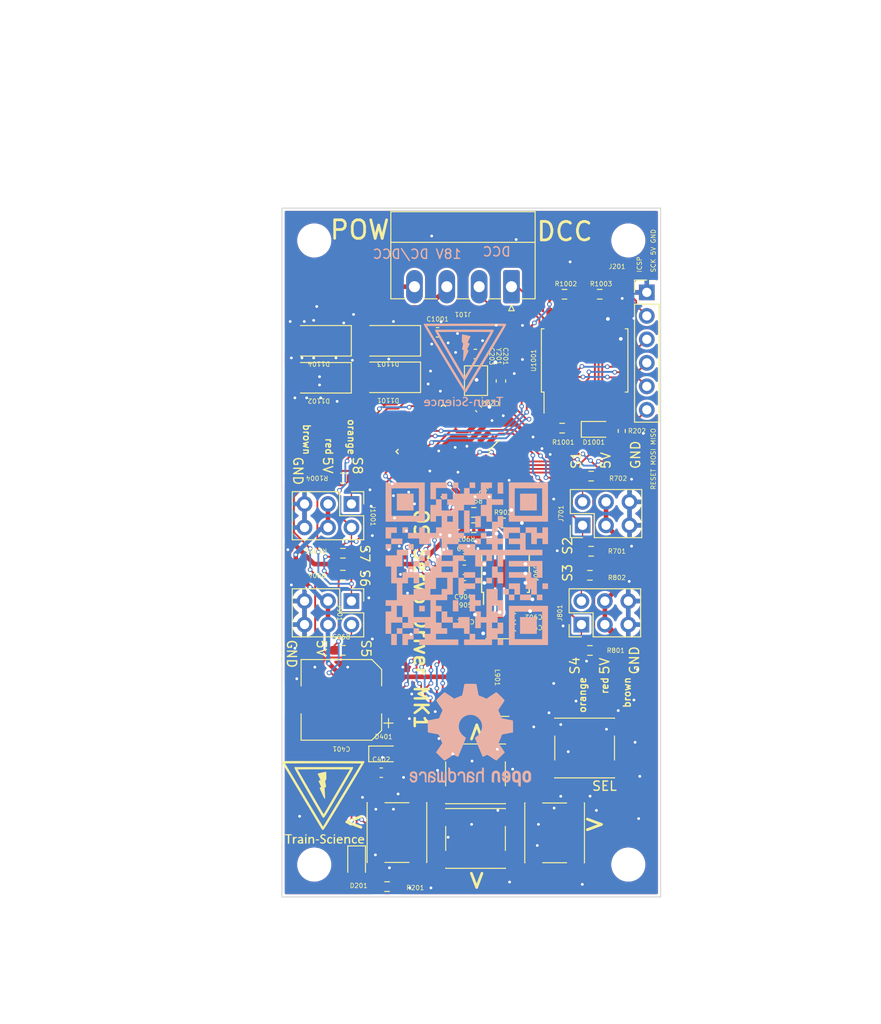
<source format=kicad_pcb>
(kicad_pcb (version 20240108) (generator "pcbnew") (generator_version "8.0")
  (layers (0 "F.Cu" signal) (31 "B.Cu" signal) (34 "B.Paste" user) (35 "F.Paste" user) (36 "B.SilkS" user "B.Silkscreen") (37 "F.SilkS" user "F.Silkscreen") (38 "B.Mask" user) (39 "F.Mask" user) (44 "Edge.Cuts" user))
  (net 0 "")
  (net 1 "GND")
  (net 2 "Net-(D201-A)")
  (net 4 "Net-(U901-BS)")
  (net 5 "Net-(U901-SW)")
  (net 6 "Net-(U901-FB)")
  (net 9 "Net-(D1001-K)")
  (net 10 "+5V")
  (net 11 "Net-(U1001-EN)")
  (net 13 "/atmega/X1")
  (net 14 "/atmega/X2")
  (net 15 "VCC")
  (net 16 "+5VA")
  (net 17 "/atmega/LED")
  (net 18 "/DCC/DCC_B")
  (net 19 "/D_bridge/AC_1")
  (net 20 "/D_bridge/AC_2")
  (net 21 "/DCC/DCC_A")
  (net 22 "/atmega/reset")
  (net 23 "/DCC/DCC_TTL")
  (net 24 "/atmega/sw1")
  (net 25 "/atmega/sw2")
  (net 26 "/atmega/sw3")
  (net 27 "/atmega/sw4")
  (net 28 "/atmega/sw5")
  (net 29 "/atmega/MOSI")
  (net 30 "/atmega/MISO")
  (net 31 "/atmega/bus2.pin1")
  (net 32 "/atmega/bus2.pin2")
  (net 33 "/atmega/bus3.pin1")
  (net 34 "/atmega/bus3.pin2")
  (net 36 "/atmega/bus4.pin1")
  (net 37 "/atmega/bus4.pin2")
  (net 42 "/atmega/bus1.pin1")
  (net 43 "/atmega/bus1.pin2")
  (footprint "Connector_PinHeader_2.54mm:PinHeader_2x03_P2.54mm_Vertical" (layer "F.Cu") (at 132.92 146.54 90)
    (property "Reference" "J801")
    (property "Value" "Conn_02x03_Odd_Even")
  )
  (footprint "custom_kicad_lib_sk:R_0603_smalltext" (layer "F.Cu") (at 131.088 110.82)
    (property "Reference" "R1002")
    (property "Value" "10k")
  )
  (footprint "Package_SO:TI_SO-PowerPAD-8" (layer "F.Cu") (at 124.6985 140.9835 90)
    (property "Reference" "U901")
    (property "Value" "MT2499A")
  )
  (footprint "custom_kicad_lib_sk:R_0603_smalltext" (layer "F.Cu") (at 130.834 125.298)
    (property "Reference" "R1001")
    (property "Value" "1k")
  )
  (footprint "Capacitor_SMD:C_0603_1608Metric" (layer "F.Cu") (at 120.2535 140.62)
    (property "Reference" "C904")
    (property "Value" "22uF")
  )
  (footprint "LED_SMD:LED_0805_2012Metric_Pad1.15x1.40mm_HandSolder" (layer "F.Cu") (at 108.585 172.339 -90)
    (property "Reference" "D201")
    (property "Value" "LED")
  )
  (footprint "custom_kicad_lib_sk:tactile_SMD_6mm" (layer "F.Cu") (at 121.459527 162.685805)
    (property "Reference" "SW602" (hide yes))
    (property "Value" "SW_Push")
  )
  (footprint "Capacitor_SMD:C_0402_1005Metric" (layer "F.Cu") (at 121.784106 123.207411 -45)
    (property "Reference" "C202")
    (property "Value" "100nF")
  )
  (footprint "MountingHole:MountingHole_3.2mm_M3" (layer "F.Cu") (at 104 172.5 180)
    (property "Reference" "REF**" (hide yes))
    (property "Value" "MountingHole_3.2mm_M3")
  )
  (footprint "custom_kicad_lib_sk:R_0603_smalltext" (layer "F.Cu") (at 133.97 130.4835)
    (property "Reference" "R702")
    (property "Value" "10k")
  )
  (footprint "MountingHole:MountingHole_3.2mm_M3" (layer "F.Cu") (at 138 172.5 180)
    (property "Reference" "REF**" (hide yes))
    (property "Value" "MountingHole_3.2mm_M3")
  )
  (footprint "custom_kicad_lib_sk:Train-Science logo small" (layer "F.Cu") (at 105.029 165.862)
    (property "Reference" "G***" (hide yes))
    (property "Value" "LOGO" (hide yes))
  )
  (footprint "Capacitor_SMD:C_0603_1608Metric" (layer "F.Cu") (at 117.348 114.935)
    (property "Reference" "C1001")
    (property "Value" "100nF")
  )
  (footprint "Connector_PinHeader_2.54mm:PinHeader_2x03_P2.54mm_Vertical" (layer "F.Cu") (at 108.025 133.5 -90)
    (property "Reference" "J1001")
    (property "Value" "Conn_02x03_Odd_Even")
  )
  (footprint "Connector_PinHeader_2.54mm:PinHeader_2x03_P2.54mm_Vertical" (layer "F.Cu") (at 133.047 135.809 90)
    (property "Reference" "J701")
    (property "Value" "Conn_02x03_Odd_Even")
  )
  (footprint "custom_kicad_lib_sk:tactile_SMD_6mm" (layer "F.Cu") (at 112.950527 169.035805 90)
    (property "Reference" "SW601" (hide yes))
    (property "Value" "SW_Push")
  )
  (footprint "Resistor_SMD:R_0603_1608Metric" (layer "F.Cu") (at 121.2695 136.063 180)
    (property "Reference" "R903")
    (property "Value" "150k")
  )
  (footprint "Resistor_SMD:R_0402_1005Metric_Pad0.72x0.64mm_HandSolder" (layer "F.Cu") (at 137.287 125.603 -90)
    (property "Reference" "R202")
    (property "Value" "10k")
  )
  (footprint "custom_kicad_lib_sk:tactile_SMD_6mm" (layer "F.Cu") (at 133.270527 159.891805)
    (property "Reference" "SW605" (hide yes))
    (property "Value" "SW_Push")
  )
  (footprint "Connector_PinHeader_2.54mm:PinHeader_2x03_P2.54mm_Vertical" (layer "F.Cu") (at 108.025 144 -90)
    (property "Reference" "J901")
    (property "Value" "Conn_02x03_Odd_Even")
  )
  (footprint "Capacitor_SMD:C_0603_1608Metric" (layer "F.Cu") (at 124.206695 120.201 -90)
    (property "Reference" "C201")
    (property "Value" "12pF")
  )
  (footprint "Package_SO:SOP-8_6.62x9.15mm_P2.54mm" (layer "F.Cu") (at 133.27 117.975 90)
    (property "Reference" "U1001")
    (property "Value" "6N137")
  )
  (footprint "Connector_PinHeader_2.54mm:PinHeader_1x06_P2.54mm_Vertical" (layer "F.Cu") (at 140 110.615805)
    (property "Reference" "J201")
    (property "Value" "ICSP")
  )
  (footprint "Resistor_SMD:R_0603_1608Metric" (layer "F.Cu") (at 121.2695 134.412)
    (property "Reference" "R901")
    (property "Value" "220k")
  )
  (footprint "custom_kicad_lib_sk:R_0603_smalltext" (layer "F.Cu") (at 107.102 149.3255 180)
    (property "Reference" "R905")
    (property "Value" "10k")
  )
  (footprint "custom_kicad_lib_sk:R_0603_smalltext" (layer "F.Cu") (at 134.898 110.82)
    (property "Reference" "R1003")
    (property "Value" "10k")
  )
  (footprint "Capacitor_SMD:C_0603_1608Metric" (layer "F.Cu") (at 123.0475 146.223 180)
    (property "Reference" "C901")
    (property "Value" "22uF")
  )
  (footprint "Capacitor_SMD:C_0603_1608Metric" (layer "F.Cu") (at 121.444695 117.28 180)
    (property "Reference" "C203")
    (property "Value" "12pF")
  )
  (footprint "Package_QFP:TQFP-32_7x7mm_P0.8mm" (layer "F.Cu") (at 117.974695 127.831 -135)
    (property "Reference" "U202")
    (property "Value" "ATmega328-A")
  )
  (footprint "Diode_SMD:D_SMA" (layer "F.Cu") (at 104.5 115.8515 180)
    (property "Reference" "D1104")
    (property "Value" "SS53")
  )
  (footprint "Diode_SMD:D_SMA" (layer "F.Cu") (at 112 119.8015 180)
    (property "Reference" "D1101")
    (property "Value" "SS53")
  )
  (footprint "Capacitor_SMD:C_0603_1608Metric" (layer "F.Cu") (at 120.2535 142.286)
    (property "Reference" "C905")
    (property "Value" "22uF")
  )
  (footprint "custom_kicad_lib_sk:R_0603_smalltext" (layer "F.Cu") (at 107.102 141.1975 180)
    (property "Reference" "R904")
    (property "Value" "10k")
  )
  (footprint "custom_kicad_lib_sk:tactile_SMD_6mm" (layer "F.Cu") (at 121.459527 169.670805)
    (property "Reference" "SW603" (hide yes))
    (property "Value" "SW_Push")
  )
  (footprint "Diode_SMD:D_SOD-323" (layer "F.Cu") (at 111.506 160.528)
    (property "Reference" "D401")
    (property "Value" "1N4148WS")
  )
  (footprint "MountingHole:MountingHole_3.2mm_M3" (layer "F.Cu") (at 138 105 180)
    (property "Reference" "REF**" (hide yes))
    (property "Value" "MountingHole_3.2mm_M3")
  )
  (footprint "custom_kicad_lib_sk:R_0603_smalltext" (layer "F.Cu") (at 133.97 138.6115)
    (property "Reference" "R701")
    (property "Value" "10k")
  )
  (footprint "custom_kicad_lib_sk:crystal_arduino" (layer "F.Cu") (at 121.285695 120.108 90)
    (property "Reference" "Y201")
    (property "Value" "Crystal_GND2")
  )
  (footprint "Diode_SMD:D_SOD-323" (layer "F.Cu") (at 134.517 125.425)
    (property "Reference" "D1001")
    (property "Value" "1N4148WS")
  )
  (footprint "Capacitor_SMD:C_0603_1608Metric" (layer "F.Cu") (at 111.252 162.56)
    (property "Reference" "C402")
    (property "Value" "22uF")
  )
  (footprint "Diode_SMD:D_SMA" (layer "F.Cu") (at 112 115.8515 180)
    (property "Reference" "D1103")
    (property "Value" "SS53")
  )
  (footprint "custom_kicad_lib_sk:R_0603_smalltext" (layer "F.Cu") (at 133.843 141.2145)
    (property "Reference" "R802")
    (property "Value" "10k")
  )
  (footprint "Connector_Phoenix_MC:PhoenixContact_MC_1,5_4-G-3.5_1x04_P3.50mm_Horizontal" (layer "F.Cu") (at 125.349 110 180)
    (property "Reference" "J101")
    (property "Value" "Screw_Terminal_01x04")
  )
  (footprint "MountingHole:MountingHole_3.2mm_M3" (layer "F.Cu") (at 104 105 180)
    (property "Reference" "REF**" (hide yes))
    (property "Value" "MountingHole_3.2mm_M3")
  )
  (footprint "custom_kicad_lib_sk:R_0603_smalltext" (layer "F.Cu") (at 107.102 130.6975 180)
    (property "Reference" "R1004")
    (property "Value" "10k")
  )
  (footprint "Capacitor_SMD:C_0402_1005Metric" (layer "F.Cu") (at 125.6865 145.715)
    (property "Reference" "C902")
    (property "Value" "100nF")
  )
  (footprint "Capacitor_SMD:C_0402_1005Metric" (layer "F.Cu") (at 125.6865 146.858)
    (property "Reference" "C903")
    (property "Value" "22nF")
  )
  (footprint "Inductor_SMD:L_Bourns-SRN8040_8x8.15mm" (layer "F.Cu") (at 123.825 152.273 180)
    (property "Reference" "L901")
    (property "Value" "L")
  )
  (footprint "Capacitor_SMD:CP_Elec_8x10.5" (layer "F.Cu") (at 106.934 154.686 180)
    (property "Reference" "C401")
    (property "Value" "1000uF")
  )
  (footprint "Capacitor_SMD:C_0402_1005Metric" (layer "F.Cu") (at 120.2555 139.238)
    (property "Reference" "C906")
    (property "Value" "100nF")
  )
  (footprint "Resistor_SMD:R_0603_1608Metric" (layer "F.Cu") (at 124.4445 135.555)
    (property "Reference" "R902")
    (property "Value" "20k")
  )
  (footprint "custom_kicad_lib_sk:R_0603_smalltext" (layer "F.Cu") (at 133.843 149.3425)
    (property "Reference" "R801")
    (property "Value" "10k")
  )
  (footprint "Diode_SMD:D_SMA" (layer "F.Cu") (at 104.5 119.8515 180)
    (property "Reference" "D1102")
    (property "Value" "SS53")
  )
  (footprint "custom_kicad_lib_sk:R_0603_smalltext" (layer "F.Cu") (at 107.102 138.8255 180)
    (property "Reference" "R1005")
    (property "Value" "10k")
  )
  (footprint "Resistor_SMD:R_0603_1608Metric_Pad0.98x0.95mm_HandSolder" (layer "F.Cu") (at 111.887 174.879 180)
    (property "Reference" "R201")
    (property "Value" "6k2")
  )
  (footprint "custom_kicad_lib_sk:tactile_SMD_6mm" (layer "F.Cu") (at 130.020527 169.067805 90)
    (property "Reference" "SW604" (hide yes))
    (property "Value" "SW_Push")
  )
  (footprint "Symbol:OSHW-Logo2_14.6x12mm_SilkScreen" (layer "B.Cu") (at 120.904 158.496 180)
    (property "Reference" "REF**" (hide yes))
    (property "Value" "OSHW-Logo2_14.6x12mm_SilkScreen" (hide yes))
  )
  (footprint "custom_kicad_lib_sk:Train-Science logo small" (layer "B.Cu") (at 120.255695 118.558 180)
    (property "Reference" "G***" (hide yes))
    (property "Value" "LOGO" (hide yes))
  )
  (footprint "custom_kicad_lib_sk:servoDriverQR" (layer "B.Cu") (at 120.523 139.954 180)
    (property "Reference" "G***" (hide yes))
    (property "Value" "LOGO" (hide yes))
  )
  (gr_rect (start 100.5 101.5) (end 141.5 176) (stroke (width 0.1)) (fill none) (layer "Edge.Cuts"))
  (gr_text "18V DC/DCC" (at 120.015 107.061 0) (layer "B.SilkS") (effects (font (size 1 1)) (justify left bottom mirror)))
  (gr_text "DCC" (at 125.349 106.807 0) (layer "B.SilkS") (effects (font (size 1 1)) (justify left bottom mirror)))
  (gr_text "S5\n\n\n5V\n\nGND" (at 100.965 148.082 270) (layer "F.SilkS") (effects (font (size 1 1)) (justify left bottom)))
  (gr_text "orange\n\nred\n\nbrown" (at 102.743 128.27 270) (layer "F.SilkS") (effects (font (size 0.75 0.75)) (justify right bottom)))
  (gr_text "<" (at 106.854527 168.91 0) (layer "F.SilkS") (effects (font (size 2 2) (thickness 0.3)) (justify left bottom)))
  (gr_text "RESET MOSI MISO" (at 141 132 90) (layer "F.SilkS") (effects (font (size 0.5 0.5) (thickness 0.075)) (justify left bottom)))
  (gr_text "DCC" (at 127.909 105.2 0) (layer "F.SilkS") (effects (font (size 2 2) (thickness 0.3)) (justify left bottom)))
  (gr_text "S3\n" (at 132.002 142 90) (layer "F.SilkS") (effects (font (size 1 1)) (justify left bottom)))
  (gr_text "S2" (at 132.002 139.079 90) (layer "F.SilkS") (effects (font (size 1 1)) (justify left bottom)))
  (gr_text "orange\n\nred\n\nbrown" (at 138.303 152.146 90) (layer "F.SilkS") (effects (font (size 0.75 0.75)) (justify right bottom)))
  (gr_text "OS Servo Driver MK1" (at 114.681 157.988 -90) (layer "F.SilkS") (effects (font (size 1.5 1.5) (thickness 0.275) (bold yes)) (justify right bottom)))
  (gr_text "S6" (at 108.888 140.476 -90) (layer "F.SilkS") (effects (font (size 1 1)) (justify left bottom)))
  (gr_text "ICSP" (at 139.5 108.5 90) (layer "F.SilkS") (effects (font (size 0.5 0.5) (thickness 0.075)) (justify left bottom)))
  (gr_text "S4\n\n5V\n\nGND" (at 139.241 152.033 90) (layer "F.SilkS") (effects (font (size 1 1)) (justify left bottom)))
  (gr_text "<" (at 135.763 167.132 180) (layer "F.SilkS") (effects (font (size 2 2) (thickness 0.3)) (justify left bottom)))
  (gr_text "SEL" (at 133.985 164.592 0) (layer "F.SilkS") (effects (font (size 1 1)) (justify left bottom)))
  (gr_text "SCK 5V GND" (at 141 108.5 90) (layer "F.SilkS") (effects (font (size 0.5 0.5) (thickness 0.075)) (justify left bottom)))
  (gr_text "S7" (at 108.888 137.809 -90) (layer "F.SilkS") (effects (font (size 1 1)) (justify left bottom)))
  (gr_text "<" (at 122.602527 175.639805 90) (layer "F.SilkS") (effects (font (size 2 2) (thickness 0.3)) (justify left bottom)))
  (gr_text "POW" (at 105.537 105.029 0) (layer "F.SilkS") (effects (font (size 2 2) (thickness 0.3)) (justify left bottom)))
  (gr_text "S8\n\n5V\n\nGND" (at 101.649 128.3 -90) (layer "F.SilkS") (effects (font (size 1 1)) (justify left bottom)))
  (gr_text "S1\n\n5V\n\nGND" (at 139.368 129.808 90) (layer "F.SilkS") (effects (font (size 1 1)) (justify left bottom)))
  (gr_text "<" (at 120.570527 156.716805 -90) (layer "F.SilkS") (effects (font (size 2 2) (thickness 0.3)) (justify left bottom)))
  (segment (start 126.4765 135.555) (end 126.4515 135.53) (width 1) (layer "F.Cu") (net 1))
  (segment (start 122.4125 142.032) (end 121.2825 142.032) (width 1) (layer "F.Cu") (net 1))
  (segment (start 126.8575 142.032) (end 122.4125 142.032) (width 1) (layer "F.Cu") (net 1))
  (segment (start 121.2825 142.032) (end 121.0285 142.286) (width 1) (layer "F.Cu") (net 1))
  (segment (start 121.571695 120.074) (end 121.571695 119.942) (width 0.25) (layer "F.Cu") (net 1))
  (segment (start 126.8575 140) (end 122.4125 140) (width 1) (layer "F.Cu") (net 1))
  (segment (start 121.571695 119.942) (end 122.455695 119.058) (width 0.25) (layer "F.Cu") (net 1))
  (segment (start 120.8255 139.238) (end 121.5875 140) (width 1) (layer "F.Cu") (net 1))
  (segment (start 126.6035 143.7635) (end 126.6035 142.286) (width 1) (layer "F.Cu") (net 1))
  (segment (start 122.4125 141.016) (end 121.4245 141.016) (width 1) (layer "F.Cu") (net 1))
  (segment (start 120.697056 124.542953) (end 121.693187 123.546822) (width 0.2) (layer "F.Cu") (net 1))
  (segment (start 124.206695 119.426) (end 122.823695 119.426) (width 0.25) (layer "F.Cu") (net 1))
  (segment (start 125.2695 134.222) (end 125.3335 134.158) (width 0.7) (layer "F.Cu") (net 1))
  (segment (start 121.5875 140) (end 122.4125 140) (width 1) (layer "F.Cu") (net 1))
  (segment (start 122.4125 141.016) (end 126.8575 141.016) (width 1) (layer "F.Cu") (net 1))
  (segment (start 122.219695 117.28) (end 122.219695 118.822) (width 0.25) (layer "F.Cu") (net 1))
  (segment (start 120.8255 141.397) (end 120.8255 139.238) (width 1) (layer "F.Cu") (net 1))
  (segment (start 121.0285 142.286) (end 120.8255 142.083) (width 1) (layer "F.Cu") (net 1))
  (segment (start 121.4245 141.016) (end 121.0285 140.62) (width 1) (layer "F.Cu") (net 1))
  (segment (start 120.8255 142.083) (end 120.8255 141.397) (width 1) (layer "F.Cu") (net 1))
  (segment (start 126.6035 142.286) (end 126.8575 142.032) (width 1) (layer "F.Cu") (net 1))
  (segment (start 121.693187 123.546822) (end 122.123517 123.546822) (width 0.2) (layer "F.Cu") (net 1))
  (segment (start 120.8255 144.776) (end 120.8255 141.397) (width 0.7) (layer "F.Cu") (net 1))
  (segment (start 122.2725 146.223) (end 120.8255 144.776) (width 0.7) (layer "F.Cu") (net 1))
  (segment (start 121.439695 120.074) (end 121.571695 120.074) (width 0.25) (layer "F.Cu") (net 1))
  (segment (start 120.555695 120.958) (end 121.439695 120.074) (width 0.25) (layer "F.Cu") (net 1))
  (segment (start 125.2695 135.555) (end 125.2695 134.222) (width 0.7) (layer "F.Cu") (net 1))
  (segment (start 126.4515 135.53) (end 125.2695 135.53) (width 1) (layer "F.Cu") (net 1))
  (segment (start 122.2855 147.493) (end 122.2855 146.236) (width 0.7) (layer "F.Cu") (net 1))
  (via (at 102.919 113.7655) (size 0.5) (drill 0.3) (layers "F.Cu" "B.Cu") (net 1))
  (via (at 122.2855 147.493) (size 0.8) (drill 0.4) (layers "F.Cu" "B.Cu") (net 1))
  (via (at 119.556 130.062) (size 0.5) (drill 0.3) (layers "F.Cu" "B.Cu") (net 1))
  (via (at 110.285 136.92) (size 0.5) (drill 0.3) (layers "F.Cu" "B.Cu") (net 1))
  (via (at 116.635 175.02) (size 0.5) (drill 0.3) (layers "F.Cu" "B.Cu") (net 1))
  (via (at 111.379 160.909) (size 0.5) (drill 0.3) (layers "F.Cu" "B.Cu") (net 1))
  (via (at 126.8575 142.032) (size 0.8) (drill 0.4) (layers "F.Cu" "B.Cu") (net 1))
  (via (at 122.223 115.838) (size 0.5) (drill 0.3) (layers "F.Cu" "B.Cu") (net 1))
  (via (at 113.665 163.068) (size 0.5) (drill 0.3) (layers "F.Cu" "B.Cu") (net 1))
  (via (at 106.475 122.4015) (size 0.5) (drill 0.3) (layers "F.Cu" "B.Cu") (net 1))
  (via (at 113.968 136.412) (size 0.5) (drill 0.3) (layers "F.Cu" "B.Cu") (net 1))
  (via (at 103.935 117.7025) (size 0.5) (drill 0.3) (layers "F.Cu" "B.Cu") (net 1))
  (via (at 116.586 119.126) (size 0.5) (drill 0.3) (layers "F.Cu" "B.Cu") (net 1))
  (via (at 110.158 133.745) (size 0.5) (drill 0.3) (layers "F.Cu" "B.Cu") (net 1))
  (via (at 117.651 121.299) (size 0.5) (drill 0.3) (layers "F.Cu" "B.Cu") (net 1))
  (via (at 129.921 152.908) (size 0.5) (drill 0.3) (layers "F.Cu" "B.Cu") (net 1))
  (via (at 108.126 117.9565) (size 0.5) (drill 0.3) (layers "F.Cu" "B.Cu") (net 1))
  (via (at 104.57 119.7345) (size 0.5) (drill 0.3) (layers "F.Cu" "B.Cu") (net 1))
  (via (at 120.699 138.063) (size 0.5) (drill 0.3) (layers "F.Cu" "B.Cu") (net 1))
  (via (at 112.141 172.847) (size 0.5) (drill 0.3) (layers "F.Cu" "B.Cu") (net 1))
  (via (at 103.935 113.6385) (size 0.5) (drill 0.3) (layers "F.Cu" "B.Cu") (net 1))
  (via (at 101.141 138.444) (size 0.5) (drill 0.3) (layers "F.Cu" "B.Cu") (net 1))
  (via (at 119.302 117.108) (size 0.5) (drill 0.3) (layers "F.Cu" "B.Cu") (net 1))
  (via (at 130.683 157.353) (size 0.5) (drill 0.3) (layers "F.Cu" "B.Cu") (net 1))
  (via (at 138.987 151.398) (size 0.5) (drill 0.3) (layers "F.Cu" "B.Cu") (net 1))
  (via (at 108.253 113.0035) (size 0.5) (drill 0.3) (layers "F.Cu" "B.Cu") (net 1))
  (via (at 112.063 117.8295) (size 0.5) (drill 0.3) (layers "F.Cu" "B.Cu") (net 1))
  (via (at 113.206 138.063) (size 0.5) (drill 0.3) (layers "F.Cu" "B.Cu") (net 1))
  (via (at 110.666 166.511) (size 0.5) (drill 0.3) (layers "F.Cu" "B.Cu") (net 1))
  (via (at 137.336 111.266) (size 0.5) (drill 0.3) (layers "F.Cu" "B.Cu") (net 1))
  (via (at 113.333 141.111) (size 0.5) (drill 0.3) (layers "F.Cu" "B.Cu") (net 1))
  (via (at 125.857 104.902) (size 0.5) (drill 0.3) (layers "F.Cu" "B.Cu") (net 1))
  (via (at 112.571 132.602) (size 0.5) (drill 0.3) (layers "F.Cu" "B.Cu") (net 1))
  (via (at 120.523 127.254) (size 0.5) (drill 0.3) (layers "F.Cu" "B.Cu") (net 1))
  (via (at 128.27 168.148) (size 0.5) (drill 0.3) (layers "F.Cu" "B.Cu") (net 1))
  (via (at 104.57 120.6235) (size 0.5) (drill 0.3) (layers "F.Cu" "B.Cu") (net 1))
  (via (at 138.606 113.425) (size 0.5) (drill 0.3) (layers "F.Cu" "B.Cu") (net 1))
  (via (at 123.239 124.474) (size 0.5) (drill 0.3) (layers "F.Cu" "B.Cu") (net 1))
  (via (at 104.062 151.144) (size 0.5) (drill 0.3) (layers "F.Cu" "B.Cu") (net 1))
  (via (at 107.188 113.919) (size 0.5) (drill 0.3) (layers "F.Cu" "B.Cu") (net 1))
  (via (at 129.54 128.143) (size 0.5) (drill 0.3) (layers "F.Cu" "B.Cu") (net 1))
  (via (at 138.606 154.7) (size 0.5) (drill 0.3) (layers "F.Cu" "B.Cu") (net 1))
  (via (at 127.762 157.607) (size 0.5) (drill 0.3) (layers "F.Cu" "B.Cu") (net 1))
  (via (at 123.698 114.173) (size 0.5) (drill 0.3) (layers "F.Cu" "B.Cu") (net 1))
  (via (at 106.348 117.7025) (size 0.5) (drill 0.3) (layers "F.Cu" "B.Cu") (net 1))
  (via (at 127.3655 145.08) (size 0.8) (drill 0.4) (layers "F.Cu" "B.Cu") (net 1))
  (via (at 109.396 140.984) (size 0.5) (drill 0.3) (layers "F.Cu" "B.Cu") (net 1))
  (via (at 121.031 168.148) (size 0.5) (drill 0.3) (layers "F.Cu" "B.Cu") (net 1))
  (via (at 101.903 149.112) (size 0.5) (drill 0.3) (layers "F.Cu" "B.Cu") (net 1))
  (via (at 110.285 148.096) (size 0.5) (drill 0.3) (layers "F.Cu" "B.Cu") (net 1))
  (via (at 118.491 116.078) (size 0.5) (drill 0.3) (layers "F.Cu" "B.Cu") (net 1))
  (via (at 114.476 147.588) (size 0.5) (drill 0.3) (layers "F.Cu" "B.Cu") (net 1))
  (via (at 133.477 150.495) (size 0.5) (drill 0.3) (layers "F.Cu" "B.Cu") (net 1))
  (via (at 123.874 166.638) (size 0.5) (drill 0.3) (layers "F.Cu" "B.Cu") (net 1))
  (via (at 112.571 166.511) (size 0.5) (drill 0.3) (layers "F.Cu" "B.Cu") (net 1))
  (via (at 104.697 122.0205) (size 0.5) (drill 0.3) (layers "F.Cu" "B.Cu") (net 1))
  (via (at 134.542 166.638) (size 0.5) (drill 0.3) (layers "F.Cu" "B.Cu") (net 1))
  (via (at 125.652 119.394) (size 0.5) (drill 0.3) (layers "F.Cu" "B.Cu") (net 1))
  (via (at 104.267 112.141) (size 0.5) (drill 0.3) (layers "F.Cu" "B.Cu") (net 1))
  (via (at 121.715 138.317) (size 0.5) (drill 0.3) (layers "F.Cu" "B.Cu") (net 1))
  (via (at 110.031 131.967) (size 0.5) (drill 0.3) (layers "F.Cu" "B.Cu") (net 1))
  (via (at 129.97 166.384) (size 0.5) (drill 0.3) (layers "F.Cu" "B.Cu") (net 1))
  (via (at 101.522 142.254) (size 0.5) (drill 0.3) (layers "F.Cu" "B.Cu") (net 1))
  (via (at 129.413 156.083) (size 0.5) (drill 0.3) (layers "F.Cu" "B.Cu") (net 1))
  (via (at 126.4765 135.555) (size 0.8) (drill 0.4) (layers "F.Cu" "B.Cu") (net 1))
  (via (at 127.684 126.252) (size 0.5) (drill 0.3) (layers "F.Cu" "B.Cu") (net 1))
  (via (at 117.475 127.762) (size 0.5) (drill 0.3) (layers "F.Cu" "B.Cu") (net 1))
  (via (at 109.65 138.444) (size 0.5) (drill 0.3) (layers "F.Cu" "B.Cu") (net 1))
  (via (at 136.906 155.843) (size 0.5) (drill 0.3) (layers "F.Cu" "B.Cu") (net 1))
  (via (at 113.587 151.144) (size 0.5) (drill 0.3) (layers "F.Cu" "B.Cu") (net 1))
  (via (at 101.903 122.0205) (size 0.5) (drill 0.3) (layers "F.Cu" "B.Cu") (net 1))
  (via (at 135.636 157.861) (size 0.5) (drill 0.3) (layers "F.Cu" "B.Cu") (net 1))
  (via (at 126.541 114.187) (size 0.5) (drill 0.3) (layers "F.Cu" "B.Cu") (net 1))
  (via (at 110.617 171.45) (size 0.5) (drill 0.3) (layers "F.Cu" "B.Cu") (net 1))
  (via (at 119.507 115.062) (size 0.5) (drill 0.3) (layers "F.Cu" "B.Cu") (net 1))
  (via (at 133.858 165.1) (size 0.5) (drill 0.3) (layers "F.Cu" "B.Cu") (net 1))
  (via (at 114.222 132.221) (size 0.5) (drill 0.3) (layers "F.Cu" "B.Cu") (net 1))
  (via (at 107.618 151.144) (size 0.5) (drill 0.3) (layers "F.Cu" "B.Cu") (net 1))
  (via (at 121.461 137.555) (size 0.5) (drill 0.3) (layers "F.Cu" "B.Cu") (net 1))
  (via (at 137.184 115.646) (size 0.8) (drill 0.4) (layers "F.Cu" "B.Cu") (net 1))
  (via (at 101.522 117.7025) (size 0.5) (drill 0.3) (layers "F.Cu" "B.Cu") (net 1))
  (via (at 101.395 113.7655) (size 0.5) (drill 0.3) (layers "F.Cu" "B.Cu") (net 1))
  (via (at 116.508 129.935) (size 0.5) (drill 0.3) (layers "F.Cu" "B.Cu") (net 1))
  (via (at 122.4125 142.032) (size 0.8) (drill 0.4) (layers "F.Cu" "B.Cu") (net 1))
  (via (at 128.651 127.508) (size 0.5) (drill 0.3) (layers "F.Cu" "B.Cu") (net 1))
  (via (at 118.491 169.545) (size 0.5) (drill 0.3) (layers "F.Cu" "B.Cu") (net 1))
  (via (at 126.8575 140) (size 0.8) (drill 0.4) (layers "F.Cu" "B.Cu") (net 1))
  (via (at 121.08 161.304) (size 0.5) (drill 0.3) (layers "F.Cu" "B.Cu") (net 1))
  (via (at 121.3965 145.461) (size 0.8) (drill 0.4) (layers "F.Cu" "B.Cu") (net 1))
  (via (at 125.144 174.385) (size 0.5) (drill 0.3) (layers "F.Cu" "B.Cu") (net 1))
  (via (at 118.999 160.528) (size 0.5) (drill 0.3) (layers "F.Cu" "B.Cu") (net 1))
  (via (at 102.665 117.7025) (size 0.5) (drill 0.3) (layers "F.Cu" "B.Cu") (net 1))
  (via (at 112.063 138.444) (size 0.5) (drill 0.3) (layers "F.Cu" "B.Cu") (net 1))
  (via (at 112.698 135.015) (size 0.5) (drill 0.3) (layers "F.Cu" "B.Cu") (net 1))
  (via (at 139.114 167.527) (size 0.5) (drill 0.3) (layers "F.Cu" "B.Cu") (net 1))
  (via (at 129.921 132.969) (size 0.5) (drill 0.3) (layers "F.Cu" "B.Cu") (net 1))
  (via (at 117.094 155.956) (size 0.5) (drill 0.3) (layers "F.Cu" "B.Cu") (net 1))
  (via (at 123.603695 118.169) (size 0.8) (drill 0.4) (layers "F.Cu" "B.Cu") (net 1))
  (via (at 132.334 154.813) (size 0.5) (drill 0.3) (layers "F.Cu" "B.Cu") (net 1))
  (via (at 124.46 123.952) (size 0.5) (drill 0.3) (layers "F.Cu" "B.Cu") (net 1))
  (via (at 109.22 165.227) (size 0.5) (drill 0.3) (layers "F.Cu" "B.Cu") (net 1))
  (via (at 112.571 113.7655) (size 0.5) (drill 0.3) (layers "F.Cu" "B.Cu") (net 1))
  (via (at 126.541 117.87) (size 0.5) (drill 0.3) (layers "F.Cu" "B.Cu") (net 1))
  (via (at 122.968695 122.995) (size 0.8) (drill 0.4) (layers "F.Cu" "B.Cu") (net 1))
  (via (at 114.095 143.143) (size 0.5) (drill 0.3) (layers "F.Cu" "B.Cu") (net 1))
  (via (at 102.411 167.273) (size 0.5) (drill 0.3) (layers "F.Cu" "B.Cu") (net 1))
  (via (at 122.4125 140) (size 0.8) (drill 0.4) (layers "F.Cu" "B.Cu") (net 1))
  (via (at 116.332 120.523) (size 0.5) (drill 0.3) (layers "F.Cu" "B.Cu") (net 1))
  (via (at 114.3 156.718) (size 0.5) (drill 0.3) (layers "F.Cu" "B.Cu") (net 1))
  (via (at 123.825 160.02) (size 0.5) (drill 0.3) (layers "F.Cu" "B.Cu") (net 1))
  (via (at 122.936 132.715) (size 0.5) (drill 0.3) (layers "F.Cu" "B.Cu") (net 1))
  (via (at 125.476 162.179) (size 0.5) (drill 0.3) (layers "F.Cu" "B.Cu") (net 1))
  (via (at 117.348 162.306) (size 0.5) (drill 0.3) (layers "F.Cu" "B.Cu") (net 1))
  (via (at 117.729 113.792) (size 0.5) (drill 0.3) (layers "F.Cu" "B.Cu") (net 1))
  (via (at 109.904 143.651) (size 0.5) (drill 0.3) (layers "F.Cu" "B.Cu") (net 1))
  (via (at 139.622 125.871) (size 0.5) (drill 0.3) (layers "F.Cu" "B.Cu") (net 1))
  (via (at 139.241 162.955) (size 0.5) (drill 0.3) (layers "F.Cu" "B.Cu") (net 1))
  (via (at 114.857 133.491) (size 0.5) (drill 0.3) (layers "F.Cu" "B.Cu") (net 1))
  (via (at 125.3335 134.158) (size 0.8) (drill 0.4) (layers "F.Cu" "B.Cu") (net 1))
  (via (at 125.095 130.937) (size 0.5) (drill 0.3) (layers "F.Cu" "B.Cu") (net 1))
  (via (at 113.079 164.86) (size 0.5) (drill 0.3) (layers "F.Cu" "B.Cu") (net 1))
  (via (at 121.412 132.715) (size 0.5) (drill 0.3) (layers "F.Cu" "B.Cu") (net 1))
  (via (at 138.733 159.272) (size 0.5) (drill 0.3) (layers "F.Cu" "B.Cu") (net 1))
  (via (at 117.489959 158.869973) (size 0.5) (drill 0.3) (layers "F.Cu" "B.Cu") (net 1))
  (via (at 121.571695 120.074) (size 0.8) (drill 0.4) (layers "F.Cu" "B.Cu") (net 1))
  (via (at 103.173 122.0205) (size 0.5) (drill 0.3) (layers "F.Cu" "B.Cu") (net 1))
  (via (at 135.787 113.487) (size 0.8) (drill 0.4) (layers "F.Cu" "B.Cu") (net 1))
  (via (at 138.352 138.063) (size 0.5) (drill 0.3) (layers "F.Cu" "B.Cu") (net 1))
  (via (at 127.6195 143.81) (size 0.8) (drill 0.4) (layers "F.Cu" "B.Cu") (net 1))
  (via (at 128.143 170.434) (size 0.5) (drill 0.3) (layers "F.Cu" "B.Cu") (net 1))
  (via (at 130.937 146.685) (size 0.5) (drill 0.3) (layers "F.Cu" "B.Cu") (net 1))
  (via (at 138.098 141.873) (size 0.5) (drill 0.3) (layers "F.Cu" "B.Cu") (net 1))
  (via (at 122.4125 141.016) (size 0.8) (drill 0.4) (layers "F.Cu" "B.Cu") (net 1))
  (via (at 114.349 175.02) (size 0.5) (drill 0.3) (layers "F.Cu" "B.Cu") (net 1))
  (via (at 131.699 107.315) (size 0.5) (drill 0.3) (layers "F.Cu" "B.Cu") (net 1))
  (via (at 130.683 165.114) (size 0.5) (drill 0.3) (layers "F.Cu" "B.Cu") (net 1))
  (via (at 114.554 154.051) (size 0.5) (drill 0.3) (layers "F.Cu" "B.Cu") (net 1))
  (via (at 119.253 127.381) (size 0.5) (drill 0.3) (layers "F.Cu" "B.Cu") (net 1))
  (via (at 131.494 160.288) (size 0.5) (drill 0.3) (layers "F.Cu" "B.Cu") (net 1))
  (via (at 116.713 104.521) (size 0.5) (drill 0.3) (layers "F.Cu" "B.Cu") (net 1))
  (via (at 133.018 174.639) (size 0.5) (drill 0.3) (layers "F.Cu" "B.Cu") (net 1))
  (via (at 130.302 138.557) (size 0.5) (drill 0.3) (layers "F.Cu" "B.Cu") (net 1))
  (via (at 126.8575 141.016) (size 0.8) (drill 0.4) (layers "F.Cu" "B.Cu") (net 1))
  (via (at 102.108 152.4) (size 0.5) (drill 0.3) (layers "F.Cu" "B.Cu") (net 1))
  (via (at 116.713 116.205) (size 0.5) (drill 0.3) (layers "F.Cu" "B.Cu") (net 1))
  (via (at 138.352 130.824) (size 0.5) (drill 0.3) (layers "F.Cu" "B.Cu") (net 1))
  (segment (start 110.9745 174.879) (end 110.1 174.879) (width 0.2) (layer "F.Cu") (net 2))
  (segment (start 110.1 174.879) (end 108.585 173.364) (width 0.2) (layer "F.Cu") (net 2))
  (segment (start 125.0415 147.023) (end 123.369683 147.023) (width 0.25) (layer "F.Cu") (net 4))
  (segment (start 123.369683 147.023) (end 123.0475 146.700817) (width 0.25) (layer "F.Cu") (net 4))
  (segment (start 122.7935 143.7635) (end 122.7935 145.08) (width 0.25) (layer "F.Cu") (net 4))
  (segment (start 122.7935 145.08) (end 123.0475 145.334) (width 0.25) (layer "F.Cu") (net 4))
  (segment (start 123.0475 146.700817) (end 123.0475 145.334) (width 0.25) (layer "F.Cu") (net 4))
  (segment (start 125.2065 146.858) (end 125.2065 145.715) (width 0.25) (layer "F.Cu") (net 4))
  (segment (start 125.2065 146.858) (end 125.0415 147.023) (width 0.25) (layer "F.Cu") (net 4))
  (segment (start 126.1665 145.389193) (end 126.1665 145.715) (width 0.7) (layer "F.Cu") (net 5))
  (segment (start 126.1665 146.858) (end 126.1665 149.977) (width 0.7) (layer "F.Cu") (net 5))
  (segment (start 125.3335 144.556193) (end 126.1665 145.389193) (width 0.7) (layer "F.Cu") (net 5))
  (segment (start 125.3335 143.7635) (end 125.3335 144.556193) (width 0.7) (layer "F.Cu") (net 5))
  (segment (start 126.1665 145.715) (end 126.1665 146.858) (width 0.7) (layer "F.Cu") (net 5))
  (segment (start 122.0945 136.063) (end 123.1115 136.063) (width 0.25) (layer "F.Cu") (net 6))
  (segment (start 124.4195 136.355) (end 125.3715 136.355) (width 0.25) (layer "F.Cu") (net 6))
  (segment (start 123.1115 136.063) (end 123.6195 135.555) (width 0.25) (layer "F.Cu") (net 6))
  (segment (start 123.6195 135.555) (end 124.4195 136.355) (width 0.25) (layer "F.Cu") (net 6))
  (segment (start 122.0945 136.063) (end 122.0945 134.412) (width 0.25) (layer "F.Cu") (net 6))
  (segment (start 125.3715 136.355) (end 126.6035 137.587) (width 0.25) (layer "F.Cu") (net 6))
  (segment (start 133.467 125.425) (end 131.8735 125.425) (width 0.25) (layer "F.Cu") (net 9))
  (segment (start 132 122.5) (end 132 125.0445) (width 0.25) (layer "F.Cu") (net 9))
  (segment (start 127.8285 113.919) (end 127.5505 114.197) (width 0.2) (layer "F.Cu") (net 10))
  (segment (start 106.235 138.8255) (end 107.5055 137.555) (width 0.2) (layer "F.Cu") (net 10))
  (segment (start 134.7555 141.2145) (end 134.31 141.66) (width 0.2) (layer "F.Cu") (net 10))
  (segment (start 110.249 160.676) (end 110.397 160.528) (width 0.25) (layer "F.Cu") (net 10))
  (segment (start 105.809 139.206) (end 106.1895 138.8255) (width 0.2) (layer "F.Cu") (net 10))
  (segment (start 134.8825 130.4835) (end 134.8825 129.7675) (width 0.2) (layer "F.Cu") (net 10))
  (segment (start 119.683 125.744) (end 119.556 125.617) (width 0.2) (layer "F.Cu") (net 10))
  (segment (start 127.5505 114.197) (end 127.5505 118.849657) (width 0.2) (layer "F.Cu") (net 10))
  (segment (start 124.360578 122.206578) (end 124.317078 122.250078) (width 0.2) (layer "F.Cu") (net 10))
  (segment (start 111.555 131.332) (end 111.174 131.332) (width 0.2) (layer "F.Cu") (net 10))
  (segment (start 108.134 154.088818) (end 108.134 155.920744) (width 0.2) (layer "F.Cu") (net 10))
  (segment (start 111.5 131.658) (end 111.5 134.5875) (width 0.2) (layer "F.Cu") (net 10))
  (segment (start 106.1895 141.1975) (end 105.5455 141.1975) (width 0.2) (layer "F.Cu") (net 10))
  (segment (start 134.31 141.66) (end 134.31 148.897) (width 0.2) (layer "F.Cu") (net 10))
  (segment (start 119.556 125.617) (end 119.302 125.363) (width 0.2) (layer "F.Cu") (net 10))
  (segment (start 105.599378 151.765622) (end 105.810804 151.765622) (width 0.2) (layer "F.Cu") (net 10))
  (segment (start 134.31 148.897) (end 134.7555 149.3425) (width 0.2) (layer "F.Cu") (net 10))
  (segment (start 114.440134 128.537134) (end 113.555278 129.42199) (width 0.2) (layer "F.Cu") (net 10))
  (segment (start 124.317078 122.250078) (end 124.317078 122.506922) (width 0.2) (layer "F.Cu") (net 10))
  (segment (start 119.302 125.617) (end 119.048 125.617) (width 0.2) (layer "F.Cu") (net 10))
  (segment (start 106.1895 130.6975) (end 106.9645 129.9225) (width 0.2) (layer "F.Cu") (net 10))
  (segment (start 132.049429 115.265) (end 132.65 114.664429) (width 0.25) (layer "F.Cu") (net 10))
  (segment (start 119.683 125.744) (end 119.429 125.744) (width 0.2) (layer "F.Cu") (net 10))
  (segment (start 130.406944 128.085944) (end 127.557 125.236) (width 0.2) (layer "F.Cu") (net 10))
  (segment (start 106.635 141.643) (end 106.635 148.35) (width 0.2) (layer "F.Cu") (net 10))
  (segment (start 108.5445 137.5175) (end 111.4745 134.5875) (width 0.2) (layer "F.Cu") (net 10))
  (segment (start 127.5505 118.849657) (end 124.360578 122.039578) (width 0.2) (layer "F.Cu") (net 10))
  (segment (start 130.453 115.265) (end 132.049429 115.265) (width 0.25) (layer "F.Cu") (net 10))
  (segment (start 119.429 125.744) (end 119.302 125.617) (width 0.2) (layer "F.Cu") (net 10))
  (segment (start 133.073944 128.085944) (end 130.406944 128.085944) (width 0.2) (layer "F.Cu") (net 10))
  (segment (start 137.287 128.079) (end 134.8825 130.4835) (width 0.2) (layer "F.Cu") (net 10))
  (segment (start 119.048 125.617) (end 118.731 125.617) (width 0.2) (layer "F.Cu") (net 10))
  (segment (start 105.5455 141.1975) (end 105.078 140.73) (width 0.2) (layer "F.Cu") (net 10))
  (segment (start 108.134 155.920744) (end 110.397 158.183744) (width 0.2) (layer "F.Cu") (net 10))
  (segment (start 120.335427 123.977268) (end 121.444695 122.868) (width 0.25) (layer "F.Cu") (net 10))
  (segment (start 108.035 165.002) (end 110.477 162.56) (width 0.2) (layer "F.Cu") (net 10))
  (segment (start 134.197 131.169) (end 134.8825 130.4835) (width 0.2) (layer "F.Cu") (net 10))
  (segment (start 111.600134 131.377134) (end 111.555 131.332) (width 0.2) (layer "F.Cu") (net 10))
  (segment (start 122.017695 122.295) (end 124.105157 122.295) (width 0.2) (layer "F.Cu") (net 10))
  (segment (start 119.302 125.363) (end 119.302 124.806639) (width 0.2) (layer "F.Cu") (net 10))
  (segment (start 106.1895 141.1975) (end 106.635 141.643) (width 0.2) (layer "F.Cu") (net 10))
  (segment (start 111.4745 134.5875) (end 111.5 134.5875) (width 0.2) (layer "F.Cu") (net 10))
  (segment (start 113.555278 129.42199) (end 111.600134 131.377134) (width 0.2) (layer "F.Cu") (net 10))
  (segment (start 138.85 112.005805) (end 138.85 111.545) (width 0.2) (layer "F.Cu") (net 10))
  (segment (start 127.046157 125.236) (end 124.317078 122.506922) (width 0.2) (layer "F.Cu") (net 10))
  (segment (start 129.46 111.901) (end 129.46 111.5355) (width 0.25) (layer "F.Cu") (net 10))
  (segment (start 109.7645 129.9225) (end 111.333 131.491) (width 0.2) (layer "F.Cu") (net 10))
  (segment (start 110.456 162.099) (end 110.249 162.306) (width 0.25) (layer "F.Cu") (net 10))
  (segment (start 111.5 131.477268) (end 111.5 134.5875) (width 0.2) (layer "F.Cu") (net 10))
  (segment (start 108.035 167.767) (end 108.035 165.002) (width 0.2) (layer "F.Cu") (net 10))
  (segment (start 134.8825 138.6115) (end 134.197 137.926) (width 0.2) (layer "F.Cu") (net 10))
  (segment (start 110.397 158.183744) (end 110.397 158.4845) (width 0.2) (layer "F.Cu") (net 10))
  (segment (start 105.205 139.206) (end 105.809 139.206) (width 0.2) (layer "F.Cu") (net 10))
  (segment (start 106.9645 129.9225) (end 109.7645 129.9225) (width 0.2) (layer "F.Cu") (net 10))
  (segment (start 106.1895 148.7955) (end 106.635 148.35) (width 0.2) (layer "F.Cu") (net 10))
  (segment (start 137.287 126.2005) (end 137.287 128.079) (width 0.2) (layer "F.Cu") (net 10))
  (segment (start 129.46 113.45) (end 129.46 111.901) (width 0.25) (layer "F.Cu") (net 10))
  (segment (start 134.197 137.926) (end 134.197 131.169) (width 0.2) (layer "F.Cu") (net 10))
  (segment (start 129.46 114.272) (end 130.453 115.265) (width 0.25) (layer "F.Cu") (net 10))
  (segment (start 110.397 160.528) (end 110.397 158.4845) (width 0.25) (layer "F.Cu") (net 10))
  (segment (start 132.65 114.664429) (end 132.65 112.1555) (width 0.25) (layer "F.Cu") (net 10))
  (segment (start 138.85 111.545) (end 137.287 109.982) (width 0.2) (layer "F.Cu") (net 10))
  (segment (start 119.556 125.617) (end 119.302 125.617) (width 0.2) (layer "F.Cu") (net 10))
  (segment (start 119.302 125.363) (end 119.048 125.617) (width 0.2) (layer "F.Cu") (net 10))
  (segment (start 111.174 131.332) (end 111.333 131.491) (width 0.2) (layer "F.Cu") (net 10))
  (segment (start 106.1895 149.3255) (end 106.1895 148.7955) (width 0.2) (layer "F.Cu") (net 10))
  (segment (start 112.7995 171.3045) (end 109.135 167.64) (width 0.2) (layer "F.Cu") (net 10))
  (segment (start 124.317078 122.506922) (end 124.105157 122.295) (width 0.2) (layer "F.Cu") (net 10))
  (segment (start 110.456 160.528) (end 110.456 162.099) (width 0.25) (layer "F.Cu") (net 10))
  (segment (start 124.233578 122.166578) (end 124.360578 122.039578) (width 0.2) (layer "F.Cu") (net 10))
  (segment (start 111.333 131.491) (end 111.5 131.658) (width 0.2) (layer "F.Cu") (net 10))
  (segment (start 115.810866 128.537134) (end 114.440134 128.537134) (width 0.2) (layer "F.Cu") (net 10))
  (segment (start 112.7995 174.879) (end 112.7995 171.3045) (width 0.2) (layer "F.Cu") (net 10))
  (segment (start 129.46 111.5355) (end 130.1755 110.82) (width 0.25) (layer "F.Cu") (net 10))
  (segment (start 124.360578 122.039578) (end 124.360578 122.206578) (width 0.2) (layer "F.Cu") (net 10))
  (segment (start 118.731 125.617) (end 115.810866 128.537134) (width 0.2) (layer "F.Cu") (net 10))
  (segment (start 124.233578 122.166578) (end 124.317078 122.250078) (width 0.2) (layer "F.Cu") (net 10))
  (segment (start 110.249 162.306) (end 110.249 160.676) (width 0.25) (layer "F.Cu") (net 10))
  (segment (start 134.8825 129.7675) (end 133.914556 128.799556) (width 0.2) (layer "F.Cu") (net 10))
  (segment (start 108.5445 137.555) (end 108.5445 137.5175) (width 0.2) (layer "F.Cu") (net 10))
  (segment (start 127.557 125.236) (end 127.046157 125.236) (width 0.2) (layer "F.Cu") (net 10))
  (segment (start 134.7555 141.2145) (end 134.7555 138.7385) (width 0.2) (layer "F.Cu") (net 10))
  (segment (start 120.627381 125.744) (end 119.683 125.744) (width 0.2) (layer "F.Cu") (net 10))
  (segment (start 121.444695 122.868) (end 122.017695 122.295) (width 0.2) (layer "F.Cu") (net 10))
  (segment (start 119.302 124.806639) (end 120.131371 123.977268) (width 0.2) (layer "F.Cu") (net 10))
  (segment (start 121.262742 125.108639) (end 120.627381 125.744) (width 0.2) (layer "F.Cu") (net 10))
  (segment (start 137.287 109.982) (end 134.8235 109.982) (width 0.2) (layer "F.Cu") (net 10))
  (segment (start 111.600134 131.377134) (end 111.5 131.477268) (width 0.2) (layer "F.Cu") (net 10))
  (segment (start 132.65 112.1555) (end 133.9855 110.82) (width 0.25) (layer "F.Cu") (net 10))
  (segment (start 124.105157 122.295) (end 124.233578 122.166578) (width 0.2) (layer "F.Cu") (net 10))
  (segment (start 134.8235 109.982) (end 133.9855 110.82) (width 0.2) (layer "F.Cu") (net 10))
  (segment (start 105.810804 151.765622) (end 108.134 154.088818) (width 0.2) (layer "F.Cu") (net 10))
  (segment (start 140 113.155805) (end 138.85 112.005805) (width 0.2) (layer "F.Cu") (net 10))
  (via (at 129.46 111.901) (size 0.5) (drill 0.3) (layers "F.Cu" "B.Cu") (net 10))
  (via (at 127.8285 113.919) (size 0.5) (drill 0.3) (layers "F.Cu" "B.Cu") (net 10))
  (via (at 106.635 148.35) (size 0.5) (drill 0.3) (layers "F.Cu" "B.Cu") (net 10))
  (via (at 108.035 167.767) (size 0.5) (drill 0.3) (layers "F.Cu" "B.Cu") (net 10))
  (via (at 108.5445 137.555) (size 0.5) (drill 0.3) (layers "F.Cu" "B.Cu") (net 10))
  (via (at 105.078 140.73) (size 0.5) (drill 0.3) (layers "F.Cu" "B.Cu") (net 10))
  (via (at 133.073944 128.085944) (size 0.5) (drill 0.3) (layers "F.Cu" "B.Cu") (net 10))
  (via (at 105.205 139.206) (size 0.5) (drill 0.3) (layers "F.Cu" "B.Cu") (net 10))
  (via (at 105.599378 151.765622) (size 0.5) (drill 0.3) (layers "F.Cu" "B.Cu") (net 10))
  (via (at 107.5055 137.555) (size 0.5) (drill 0.3) (layers "F.Cu" "B.Cu") (net 10))
  (via (at 133.914556 128.799556) (size 0.5) (drill 0.3) (layers "F.Cu" "B.Cu") (net 10))
  (via (at 109.135 167.64) (size 0.5) (drill 0.3) (layers "F.Cu" "B.Cu") (net 10))
  (segment (start 107.5055 137.555) (end 108.5445 137.555) (width 0.2) (layer "B.Cu") (net 10))
  (segment (start 108.162 167.64) (end 108.035 167.767) (width 0.2) (layer "B.Cu") (net 10))
  (segment (start 129.46 112.2875) (end 129.46 111.901) (width 0.2) (layer "B.Cu") (net 10))
  (segment (start 127.8285 113.919) (end 129.46 112.2875) (width 0.2) (layer "B.Cu") (net 10))
  (segment (start 109.135 167.64) (end 108.162 167.64) (width 0.2) (layer "B.Cu") (net 10))
  (segment (start 106.635 148.35) (end 106.635 150.73) (width 0.2) (layer "B.Cu") (net 10))
  (segment (start 133.787556 128.799556) (end 133.073944 128.085944) (width 0.2) (layer "B.Cu") (net 10))
  (segment (start 106.635 150.73) (end 105.599378 151.765622) (width 0.2) (layer "B.Cu") (net 10))
  (segment (start 105.078 140.73) (end 105.078 139.333) (width 0.2) (layer "B.Cu") (net 10))
  (segment (start 105.078 139.333) (end 105.205 139.206) (width 0.2) (layer "B.Cu") (net 10))
  (segment (start 133.914556 128.799556) (end 133.787556 128.799556) (width 0.2) (layer "B.Cu") (net 10))
  (segment (start 132.0005 110.82) (end 132.0005 113.4495) (width 0.25) (layer "F.Cu") (net 11))
  (segment (start 120.760492 122.696603) (end 122.199095 121.258) (width 0.25) (layer "F.Cu") (net 13))
  (segment (start 120.280665 122.696603) (end 120.760492 122.696603) (width 0.25) (layer "F.Cu") (net 13))
  (segment (start 124.206695 120.976) (end 122.737695 120.976) (width 0.25) (layer "F.Cu") (net 13))
  (segment (start 119.565685 123.411583) (end 120.280665 122.696603) (width 0.25) (layer "F.Cu") (net 13))
  (segment (start 119 121.598) (end 119 120.740695) (width 0.25) (layer "F.Cu") (net 14))
  (segment (start 119 120.740695) (end 120.555695 119.185) (width 0.25) (layer "F.Cu") (net 14))
  (segment (start 118.523695 122.369592) (end 118.523695 122.074305) (width 0.25) (layer "F.Cu") (net 14))
  (segment (start 118.523695 122.074305) (end 119 121.598) (width 0.25) (layer "F.Cu") (net 14))
  (segment (start 120.669695 117.28) (end 120.669695 118.944) (width 0.25) (layer "F.Cu") (net 14))
  (segment (start 119 122.845897) (end 118.523695 122.369592) (width 0.25) (layer "F.Cu") (net 14))
  (segment (start 101.05 131.233) (end 101.05 137.05) (width 0.5) (layer "F.Cu") (net 15))
  (segment (start 104 140) (end 115.46 140) (width 0.5) (layer "F.Cu") (net 15))
  (segment (start 124.0635 137.0236) (end 124.0635 138.2035) (width 0.7) (layer "F.Cu") (net 15))
  (segment (start 115.46 140) (end 118.54 136.92) (width 0.5) (layer "F.Cu") (net 15))
  (segment (start 124.0635 145.982) (end 123.8225 146.223) (width 0.7) (layer "F.Cu") (net 15))
  (segment (start 116.573 114.935) (end 114.9165 114.935) (width 0.2) (layer "F.Cu") (net 15))
  (segment (start 114.9165 114.935) (end 114 115.8515) (width 0.2) (layer "F.Cu") (net 15))
  (segment (start 110.236 122.047) (end 101.05 131.233) (width 0.5) (layer "F.Cu") (net 15))
  (segment (start 124.0635 143.7635) (end 124.0635 145.207) (width 0.7) (layer "F.Cu") (net 15))
  (segment (start 113.4975 119.8015) (end 111.252 122.047) (width 0.5) (layer "F.Cu") (net 15))
  (segment (start 124.0635 145.207) (end 124.0635 145.982) (width 0.7) (layer "F.Cu") (net 15))
  (segment (start 123.73945 136.69955) (end 124.0635 137.0236) (width 0.7) (layer "F.Cu") (net 15))
  (segment (start 101.05 137.05) (end 104 140) (width 0.5) (layer "F.Cu") (net 15))
  (segment (start 111.252 122.047) (end 110.236 122.047) (width 0.5) (layer "F.Cu") (net 15))
  (segment (start 118.54 136.92) (end 118.667 136.92) (width 0.5) (layer "F.Cu") (net 15))
  (segment (start 114 115.8515) (end 114 119.8015) (width 0.5) (layer "F.Cu") (net 15))
  (via (at 118.667 136.92) (size 0.8) (drill 0.4) (layers "F.Cu" "B.Cu") (net 15))
  (via (at 124.0635 145.207) (size 0.8) (drill 0.4) (layers "F.Cu" "B.Cu") (net 15))
  (via (at 123.73945 136.69955) (size 0.8) (drill 0.4) (layers "F.Cu" "B.Cu") (net 15))
  (segment (start 124.0635 137.0236) (end 123.73945 136.69955) (width 0.7) (layer "B.Cu") (net 15))
  (segment (start 124.0635 145.207) (end 124.0635 137.0236) (width 0.7) (layer "B.Cu") (net 15))
  (segment (start 118.88745 136.69955) (end 118.667 136.92) (width 0.5) (layer "B.Cu") (net 15))
  (segment (start 123.73945 136.69955) (end 118.88745 136.69955) (width 0.5) (layer "B.Cu") (net 15))
  (segment (start 103.5455 142.508) (end 101.996378 140.958878) (width 0.5) (layer "F.Cu") (net 16))
  (segment (start 136.437 143.023) (end 135.46 144) (width 0.5) (layer "F.Cu") (net 16))
  (segment (start 113.792 152.192) (end 119.9095 152.192) (width 0.5) (layer "F.Cu") (net 16))
  (segment (start 113.03 152.954) (end 113.03 153.192183) (width 0.5) (layer "F.Cu") (net 16))
  (segment (start 105.485 133.5) (end 105.485 136.04) (width 0.5) (layer "F.Cu") (net 16))
  (segment (start 127.595924 159.004) (end 130.683 159.004) (width 0.7) (layer "F.Cu") (net 16))
  (segment (start 119.7755 139.238) (end 119.7755 136.732) (width 0.7) (layer "F.Cu") (net 16))
  (segment (start 120.4445 136.063) (end 120.4445 134.412) (width 0.7) (layer "F.Cu") (net 16))
  (segment (start 111.536183 154.686) (end 113.03 153.192183) (width 0.5) (layer "F.Cu") (net 16))
  (segment (start 110.634 157.624) (end 110.634 154.686) (width 0.25) (layer "F.Cu") (net 16))
  (segment (start 130.683 159.004) (end 136.31 153.377) (width 0.7) (layer "F.Cu") (net 16))
  (segment (start 126.418924 157.827) (end 127.595924 159.004) (width 0.7) (layer "F.Cu") (net 16))
  (segment (start 121.025 155.061) (end 123.791 157.827) (width 0.7) (layer "F.Cu") (net 16))
  (segment (start 105.586 150.763) (end 109.509 154.686) (width 0.5) (layer "F.Cu") (net 16))
  (segment (start 119.7755 136.732) (end 120.4445 136.063) (width 0.7) (layer "F.Cu") (net 16))
  (segment (start 113.792 152.192) (end 113.03 152.954) (width 0.5) (layer "F.Cu") (net 16))
  (segment (start 105.485 144) (end 105.485 146.54) (width 0.5) (layer "F.Cu") (net 16))
  (segment (start 112.556 159.546) (end 110.634 157.624) (width 0.25) (layer "F.Cu") (net 16))
  (segment (start 119.4915 144.953) (end 121.025 146.4865) (width 0.7) (layer "F.Cu") (net 16))
  (segment (start 101.996378 140.958878) (end 101.996378 138.985622) (width 0.5) (layer "F.Cu") (net 16))
  (segment (start 123.791 157.827) (end 126.418924 157.827) (width 0.7) (layer "F.Cu") (net 16))
  (segment (start 135.587 135.809) (end 136.437 136.659) (width 0.5) (layer "F.Cu") (net 16))
  (segment (start 136.437 136.659) (end 136.437 143.023) (width 0.5) (layer "F.Cu") (net 16))
  (segment (start 135.587 133.269) (end 135.587 135.809) (width 0.5) (layer "F.Cu") (net 16))
  (segment (start 119.4785 140.62) (end 119.4785 139.535) (width 0.7) (layer "F.Cu") (net 16))
  (segment (start 112.556 160.528) (end 112.556 159.546) (width 0.25) (layer "F.Cu") (net 16))
  (segment (start 135.46 144) (end 135.46 146.54) (width 0.5) (layer "F.Cu") (net 16))
  (segment (start 121.025 146.4865) (end 121.025 152.273) (width 0.7) (layer "F.Cu") (net 16))
  (segment (start 119.4915 140.633) (end 119.4915 144.953) (width 0.7) (layer "F.Cu") (net 16))
  (segment (start 119.4785 139.535) (end 119.7755 139.238) (width 0.7) (layer "F.Cu") (net 16))
  (segment (start 136.31 153.377) (end 136.31 147.39) (width 0.7) (layer "F.Cu") (net 16))
  (segment (start 136.31 147.39) (end 135.46 146.54) (width 0.7) (layer "F.Cu") (net 16))
  (via (at 105.586 150.763) (size 0.5) (drill 0.3) (layers "F.Cu" "B.Cu") (net 16))
  (via (at 101.996378 138.985622) (size 0.5) (drill 0.3) (layers "F.Cu" "B.Cu") (net 16))
  (via (at 103.5455 142.508) (size 0.5) (drill 0.3) (layers "F.Cu" "B.Cu") (net 16))
  (segment (start 105.485 150.662) (end 105.586 150.763) (width 0.5) (layer "B.Cu") (net 16))
  (segment (start 105.485 146.54) (end 105.485 150.662) (width 0.5) (layer "B.Cu") (net 16))
  (segment (start 101.996378 138.884672) (end 101.996378 138.985622) (width 0.5) (layer "B.Cu") (net 16))
  (segment (start 105.485 136.04) (end 104.84105 136.04) (width 0.5) (layer "B.Cu") (net 16))
  (segment (start 104.84105 136.04) (end 101.996378 138.884672) (width 0.5) (layer "B.Cu") (net 16))
  (segment (start 105.0375 144) (end 103.5455 142.508) (width 0.5) (layer "B.Cu") (net 16))
  (segment (start 113.708763 128.137134) (end 115.433754 128.137134) (width 0.2) (layer "F.Cu") (net 17))
  (segment (start 113.491 153.509) (end 113.491 162.464182) (width 0.2) (layer "F.Cu") (net 17))
  (segment (start 115.905 149.095) (end 115.905 142.194) (width 0.2) (layer "F.Cu") (net 17))
  (segment (start 111.719578 130.480578) (end 111.719578 130.126319) (width 0.2) (layer "F.Cu") (net 17))
  (segment (start 126.984182 124.333) (end 125.9005 123.249318) (width 0.2) (layer "F.Cu") (net 17))
  (segment (start 125.9005 123.249318) (end 125.9005 121.253129) (width 0.2) (layer "F.Cu") (net 17))
  (segment (start 115.2 134.819) (end 115.2 137.085) (width 0.2) (layer "F.Cu") (net 17))
  (segment (start 113.491 133.11) (end 113.491 132.379) (width 0.2) (layer "F.Cu") (net 17))
  (segment (start 114.476 140.6995) (end 114.476 140.765) (width 0.2) (layer "F.Cu") (net 17))
  (segment (start 114.5 150.5) (end 115.905 149.095) (width 0.2) (layer "F.Cu") (net 17))
  (segment (start 113.491 132.379) (end 112.43319 131.32119) (width 0.2) (layer "F.Cu") (net 17))
  (segment (start 114.101273 138.183727) (end 114.069906 138.183727) (width 0.2) (layer "F.Cu") (net 17))
  (segment (start 136.9895 118.6615) (end 135.7265 118.6615) (width 0.2) (layer "F.Cu") (net 17))
  (segment (start 114 153) (end 113.491 153.509) (width 0.2) (layer "F.Cu") (net 17))
  (segment (start 125.9005 121.253129) (end 127.792629 119.361) (width 0.2) (layer "F.Cu") (net 17))
  (segment (start 139.955195 115.695805) (end 136.9895 118.6615) (width 0.2) (layer "F.Cu") (net 17))
  (segment (start 115.433754 128.137134) (end 116.705444 126.865444) (width 0.2) (layer "F.Cu") (net 17))
  (segment (start 112.649834 163.305348) (end 112.505348 163.305348) (width 0.2) (layer "F.Cu") (net 17))
  (segment (start 127.254 124.333) (end 126.984182 124.333) (width 0.2) (layer "F.Cu") (net 17))
  (segment (start 112.989592 128.856305) (end 113.708763 128.137134) (width 0.2) (layer "F.Cu") (net 17))
  (segment (start 112.505348 163.305348) (end 112.361696 163.449) (width 0.2) (layer "F.Cu") (net 17))
  (segment (start 112.361696 163.449) (end 110.220182 163.449) (width 0.2) (layer "F.Cu") (net 17))
  (segment (start 114.476 140.765) (end 115.905 142.194) (width 0.2) (layer "F.Cu") (net 17))
  (segment (start 127.792629 119.361) (end 132.226 119.361) (width 0.2) (layer "F.Cu") (net 17))
  (segment (start 113.491 133.11) (end 115.2 134.819) (width 0.2) (layer "F.Cu") (net 17))
  (segment (start 115.2 137.085) (end 114.101273 138.183727) (width 0.2) (layer "F.Cu") (net 17))
  (segment (start 132.226 119.361) (end 132.969 118.618) (width 0.2) (layer "F.Cu") (net 17))
  (segment (start 113.491 162.464182) (end 112.649834 163.305348) (width 0.2) (layer "F.Cu") (net 17))
  (segment (start 108.585 165.084182) (end 108.585 171.314) (width 0.2) (layer "F.Cu") (net 17))
  (segment (start 111.719578 130.126319) (end 112.989592 128.856305) (width 0.2) (layer "F.Cu") (net 17))
  (segment (start 110.220182 163.449) (end 108.585 165.084182) (width 0.2) (layer "F.Cu") (net 17))
  (via (at 111.719578 130.480578) (size 0.5) (drill 0.3) (layers "F.Cu" "B.Cu") (net 17))
  (via (at 114.5 150.5) (size 0.5) (drill 0.3) (layers "F.Cu" "B.Cu") (net 17))
  (via (at 127.254 124.333) (size 0.5) (drill 0.3) (layers "F.Cu" "B.Cu") (net 17))
  (via (at 135.7265 118.6615) (size 0.5) (drill 0.3) (layers "F.Cu" "B.Cu") (net 17))
  (via (at 114 153) (size 0.5) (drill 0.3) (layers "F.Cu" "B.Cu") (net 17))
  (via (at 114.069906 138.183727) (size 0.5) (drill 0.3) (layers "F.Cu" "B.Cu") (net 17))
  (via (at 112.43319 131.32119) (size 0.5) (drill 0.3) (layers "F.Cu" "B.Cu") (net 17))
  (via (at 116.705444 126.865444) (size 0.5) (drill 0.3) (layers "F.Cu" "B.Cu") (net 17))
  (via (at 132.969 118.618) (size 0.5) (drill 0.3) (layers "F.Cu" "B.Cu") (net 17))
  (via (at 114.476 140.6995) (size 0.5) (drill 0.3) (layers "F.Cu" "B.Cu") (net 17))
  (segment (start 114.137 152.863) (end 114.137 150.863) (width 0.2) (layer "B.Cu") (net 17))
  (segment (start 118.491 126.395444) (end 124.75706 126.395444) (width 0.2) (layer "B.Cu") (net 17))
  (segment (start 116.705444 126.865444) (end 116.875944 126.694944) (width 0.2) (layer "B.Cu") (net 17))
  (segment (start 116.875944 126.694944) (end 118.1915 126.694944) (width 0.2) (layer "B.Cu") (net 17))
  (segment (start 135.7265 118.6615) (end 133.0125 118.6615) (width 0.2) (layer "B.Cu") (net 17))
  (segment (start 114.476 140.6995) (end 114.053 140.2765) (width 0.2) (layer "B.Cu") (net 17))
  (segment (start 112.43319 131.32119) (end 112.43319 131.19419) (width 0.2) (layer "B.Cu") (net 17))
  (segment (start 124.75706 126.395444) (end 126.819504 124.333) (width 0.2) (layer "B.Cu") (net 17))
  (segment (start 114.137 150.863) (end 114.5 150.5) (width 0.2) (layer "B.Cu") (net 17))
  (segment (start 114 153) (end 114.137 152.863) (width 0.2) (layer "B.Cu") (net 17))
  (segment (start 133.0125 118.6615) (end 132.969 118.618) (width 0.2) (layer "B.Cu") (net 17))
  (segment (start 118.1915 126.694944) (end 118.491 126.395444) (width 0.2) (layer "B.Cu") (net 17))
  (segment (start 112.43319 131.19419) (end 111.719578 130.480578) (width 0.2) (layer "B.Cu") (net 17))
  (segment (start 126.819504 124.333) (end 127.254 124.333) (width 0.2) (layer "B.Cu") (net 17))
  (segment (start 114.053 138.200633) (end 114.069906 138.183727) (width 0.2) (layer "B.Cu") (net 17))
  (segment (start 114.053 140.2765) (end 114.053 138.200633) (width 0.2) (layer "B.Cu") (net 17))
  (segment (start 129.509 115.69) (end 133.47 115.69) (width 0.2) (layer "F.Cu") (net 18))
  (segment (start 134.54 124.398) (end 135.567 125.425) (width 0.25) (layer "F.Cu") (net 18))
  (segment (start 126.784343 111.340657) (end 128.778 113.334314) (width 0.2) (layer "F.Cu") (net 18))
  (segment (start 128.778 113.334314) (end 128.778 114.959) (width 0.2) (layer "F.Cu") (net 18))
  (segment (start 133.47 115.69) (end 134.777 116.997) (width 0.2) (layer "F.Cu") (net 18))
  (segment (start 128.778 114.959) (end 129.509 115.69) (width 0.2) (layer "F.Cu") (net 18))
  (segment (start 125.349 110) (end 126.002 110) (width 0.2) (layer "F.Cu") (net 18))
  (segment (start 134.777 122.263) (end 134.54 122.5) (width 0.2) (layer "F.Cu") (net 18))
  (segment (start 134.777 116.997) (end 134.777 122.263) (width 0.2) (layer "F.Cu") (net 18))
  (segment (start 126.002 110) (end 126.784343 110.782343) (width 0.2) (layer "F.Cu") (net 18))
  (segment (start 126.784343 110.782343) (end 126.784343 111.340657) (width 0.2) (layer "F.Cu") (net 18))
  (segment (start 134.54 122.5) (end 134.54 124.398) (width 0.25) (layer "F.Cu") (net 18))
  (segment (start 106.5 119.8515) (end 109.95 119.8515) (width 0.5) (layer "F.Cu") (net 19))
  (segment (start 109.2215 110) (end 114.849 110) (width 0.5) (layer "F.Cu") (net 19))
  (segment (start 106.5 119.8515) (end 104.8 118.1515) (width 0.5) (layer "F.Cu") (net 19))
  (segment (start 104.8 114.4215) (end 109.2215 110) (width 0.5) (layer "F.Cu") (net 19))
  (segment (start 104.8 118.1515) (end 104.8 114.4215) (width 0.5) (layer "F.Cu") (net 19))
  (segment (start 110 114.5) (end 112.25 112.25) (width 0.5) (layer "F.Cu") (net 20))
  (segment (start 110 114.5) (end 110 115.8515) (width 0.5) (layer "F.Cu") (net 20))
  (segment (start 112.25 112.25) (end 116.25 112.25) (width 0.5) (layer "F.Cu") (net 20))
  (segment (start 106.5 115.8515) (end 110 115.8515) (width 0.5) (layer "F.Cu") (net 20))
  (segment (start 116.25 112.25) (end 117.5 111) (width 0.5) (layer "F.Cu") (net 20))
  (segment (start 121.849 110) (end 121.849 110.849) (width 0.2) (layer "F.Cu") (net 21))
  (segment (start 128.378 113.5) (end 128.378 115.124685) (width 0.2) (layer "F.Cu") (net 21))
  (segment (start 134.377 117.162686) (end 134.377 120.142) (width 0.2) (layer "F.Cu") (net 21))
  (segment (start 123.5 112.5) (end 127.378 112.5) (width 0.2) (layer "F.Cu") (net 21))
  (segment (start 130.859 121.793) (end 130.859 124.3605) (width 0.2) (layer "F.Cu") (net 21))
  (segment (start 129.343315 116.09) (end 133.304314 116.09) (width 0.2) (layer "F.Cu") (net 21))
  (segment (start 131.627 121.025) (end 130.859 121.793) (width 0.2) (layer "F.Cu") (net 21))
  (segment (start 128.378 115.124685) (end 129.343315 116.09) (width 0.2) (layer "F.Cu") (net 21))
  (segment (start 134.366 120.142) (end 133.477 121.031) (width 0.2) (layer "F.Cu") (net 21))
  (segment (start 121.849 110.849) (end 123.5 112.5) (width 0.2) (layer "F.Cu") (net 21))
  (segment (start 133.477 121.031) (end 133.471 121.025) (width 0.2) (layer "F.Cu") (net 21))
  (segment (start 133.471 121.025) (end 131.627 121.025) (width 0.2) (layer "F.Cu") (net 21))
  (segment (start 130.859 124.3605) (end 129.9215 125.298) (width 0.2) (layer "F.Cu") (net 21))
  (segment (start 133.304314 116.09) (end 134.377 117.162686) (width 0.2) (layer "F.Cu") (net 21))
  (segment (start 134.377 120.142) (end 134.366 120.142) (width 0.2) (layer "F.Cu") (net 21))
  (segment (start 127.378 112.5) (end 128.378 113.5) (width 0.2) (layer "F.Cu") (net 21))
  (segment (start 120.768287 130.058906) (end 120.768287 129.040713) (width 0.2) (layer "F.Cu") (net 22))
  (segment (start 137.287 125.0055) (end 138.310305 125.0055) (width 0.2) (layer "F.Cu") (net 22))
  (segment (start 135.488594 128.879944) (end 136.779 127.589538) (width 0.2) (layer "F.Cu") (net 22))
  (segment (start 120.768287 129.040713) (end 121.92 127.889) (width 0.2) (layer "F.Cu") (net 22))
  (segment (start 124.201 128.9) (end 129.662 128.9) (width 0.2) (layer "F.Cu") (net 22))
  (segment (start 129.887056 128.674944) (end 132.484944 128.674944) (width 0.2) (layer "F.Cu") (net 22))
  (segment (start 129.662 128.9) (end 129.887056 128.674944) (width 0.2) (layer "F.Cu") (net 22))
  (segment (start 123.19 127.889) (end 124.201 128.9) (width 0.2) (layer "F.Cu") (net 22))
  (segment (start 136.667 125.6255) (end 137.287 125.0055) (width 0.2) (layer "F.Cu") (net 22))
  (segment (start 136.667 126.588538) (end 136.667 125.6255) (width 0.2) (layer "F.Cu") (net 22))
  (segment (start 136.779 127.589538) (end 136.779 126.700538) (width 0.2) (layer "F.Cu") (net 22))
  (segment (start 136.779 126.700538) (end 136.667 126.588538) (width 0.2) (layer "F.Cu") (net 22))
  (segment (start 134.772056 128.879944) (end 135.488594 128.879944) (width 0.2) (layer "F.Cu") (net 22))
  (segment (start 138.310305 125.0055) (end 140 123.315805) (width 0.2) (layer "F.Cu") (net 22))
  (via (at 123.19 127.889) (size 0.5) (drill 0.3) (layers "F.Cu" "B.Cu") (net 22))
  (via (at 134.772056 128.879944) (size 0.5) (drill 0.3) (layers "F.Cu" "B.Cu") (net 22))
  (via (at 121.92 127.889) (size 0.5) (drill 0.3) (layers "F.Cu" "B.Cu") (net 22))
  (via (at 132.484944 128.674944) (size 0.5) (drill 0.3) (layers "F.Cu" "B.Cu") (net 22))
  (segment (start 121.92 127.889) (end 123.19 127.889) (width 0.2) (layer "B.Cu") (net 22))
  (segment (start 133.159556 129.349556) (end 134.302444 129.349556) (width 0.2) (layer "B.Cu") (net 22))
  (segment (start 134.302444 129.349556) (end 134.772056 128.879944) (width 0.2) (layer "B.Cu") (net 22))
  (segment (start 132.484944 128.674944) (end 133.159556 129.349556) (width 0.2) (layer "B.Cu") (net 22))
  (segment (start 132.637 129.3) (end 136.167 125.77) (width 0.2) (layer "F.Cu") (net 23))
  (segment (start 134.54 112.0905) (end 135.8105 110.82) (width 0.25) (layer "F.Cu") (net 23))
  (segment (start 136.167 125.77) (end 136.167 125.141637) (width 0.2) (layer "F.Cu") (net 23))
  (segment (start 123.403493 129.3) (end 132.637 129.3) (width 0.2) (layer "F.Cu") (net 23))
  (segment (start 135.177 124.151637) (end 135.177 114.087) (width 0.2) (layer "F.Cu") (net 23))
  (segment (start 136.167 125.141637) (end 135.177 124.151637) (width 0.2) (layer "F.Cu") (net 23))
  (segment (start 134.54 113.45) (end 134.54 112.0905) (width 0.25) (layer "F.Cu") (net 23))
  (segment (start 135.177 114.087) (end 134.54 113.45) (width 0.2) (layer "F.Cu") (net 23))
  (segment (start 114.857 151.4925) (end 115.069 151.2805) (width 0.2) (layer "F.Cu") (net 24))
  (segment (start 115.57 153.0915) (end 115.4005 152.922) (width 0.2) (layer "F.Cu") (net 24))
  (segment (start 115.200527 165.060805) (end 115.200527 156.833473) (width 0.2) (layer "F.Cu") (net 24))
  (segment (start 114.603 138.317) (end 114.603 139.079) (width 0.2) (layer "F.Cu") (net 24))
  (segment (start 115.6 133.034122) (end 115.6 137.32) (width 0.2) (layer "F.Cu") (net 24))
  (segment (start 115.200527 173.010805) (end 115.200527 165.41) (width 0.2) (layer "F.Cu") (net 24))
  (segment (start 116.305 149.680182) (end 116.305 141.543) (width 0.2) (layer "F.Cu") (net 24))
  (segment (start 116.383705 132.250417) (end 115.6 133.034122) (width 0.2) (layer "F.Cu") (net 24))
  (segment (start 114.603 138.317) (end 115.6 137.32) (width 0.2) (layer "F.Cu") (net 24))
  (segment (start 115.069 151.2805) (end 115.069 150.916182) (width 0.2) (layer "F.Cu") (net 24))
  (segment (start 115.57 156.464) (end 115.57 153.0915) (width 0.2) (layer "F.Cu") (net 24))
  (segment (start 115.069 150.916182) (end 116.305 149.680182) (width 0.2) (layer "F.Cu") (net 24))
  (segment (start 115.200527 156.833473) (end 115.57 156.464) (width 0.2) (layer "F.Cu") (net 24))
  (segment (start 116.305 141.543) (end 115.492 140.73) (width 0.2) (layer "F.Cu") (net 24))
  (via (at 115.492 140.73) (size 0.5) (drill 0.3) (layers "F.Cu" "B.Cu") (net 24))
  (via (at 114.857 151.4925) (size 0.5) (drill 0.3) (layers "F.Cu" "B.Cu") (net 24))
  (via (at 115.4005 152.922) (size 0.5) (drill 0.3) (layers "F.Cu" "B.Cu") (net 24))
  (via (at 114.603 139.079) (size 0.5) (drill 0.3) (layers "F.Cu" "B.Cu") (net 24))
  (segment (start 114.857 151.4925) (end 115.069 151.7045) (width 0.2) (layer "B.Cu") (net 24))
  (segment (start 115.069 151.7045) (end 115.069 152.5905) (width 0.2) (layer "B.Cu") (net 24))
  (segment (start 114.603 139.841) (end 115.492 140.73) (width 0.2) (layer "B.Cu") (net 24))
  (segment (start 115.069 152.5905) (end 115.4005 152.922) (width 0.2) (layer "B.Cu") (net 24))
  (segment (start 114.603 139.079) (end 114.603 139.841) (width 0.2) (layer "B.Cu") (net 24))
  (segment (start 116 137.671062) (end 116 133.765493) (width 0.2) (layer "F.Cu") (net 25))
  (segment (start 116.37 156.895213) (end 116.000527 157.264685) (width 0.2) (layer "F.Cu") (net 25))
  (segment (start 116.586 154.4825) (end 116.586 154.94) (width 0.2) (layer "F.Cu") (net 25))
  (segment (start 117.484527 164.935805) (end 125.434527 164.935805) (width 0.2) (layer "F.Cu") (net 25))
  (segment (start 116.605 164.137657) (end 117.403148 164.935805) (width 0.2) (layer "F.Cu") (net 25))
  (segment (start 116.37 155.156) (end 116.37 156.895213) (width 0.2) (layer "F.Cu") (net 25))
  (segment (start 116.705 140.8) (end 116.254 140.349) (width 0.2) (layer "F.Cu") (net 25))
  (segment (start 115.365 138.825) (end 115.365 138.327938) (width 0.2) (layer "F.Cu") (net 25))
  (segment (start 115.365 138.327938) (end 116.010938 137.682) (width 0.2) (layer "F.Cu") (net 25))
  (segment (start 116 133.765493) (end 116.94939 132.816103) (width 0.2) (layer "F.Cu") (net 25))
  (segment (start 116.56075 154.45725) (end 116.586 154.4825) (width 0.2) (layer "F.Cu") (net 25))
  (segment (start 116.010938 137.682) (end 116 137.671062) (width 0.2) (layer "F.Cu") (net 25))
  (segment (start 116.605 163.791315) (end 116.605 164.137657) (width 0.2) (layer "F.Cu") (net 25))
  (segment (start 116.000527 157.264685) (end 116.000527 163.186841) (width 0.2) (layer "F.Cu") (net 25))
  (segment (start 115.619 151.144) (end 116.705 150.058) (width 0.2) (layer "F.Cu") (net 25))
  (segment (start 116.586 154.94) (end 116.37 155.156) (width 0.2) (layer "F.Cu") (net 25))
  (segment (start 116.705 150.058) (end 116.705 140.8) (width 0.2) (layer "F.Cu") (net 25))
  (segment (start 116.000527 163.186841) (end 116.605 163.791315) (width 0.2) (layer "F.Cu") (net 25))
  (via (at 115.619 151.144) (size 0.5) (drill 0.3) (layers "F.Cu" "B.Cu") (net 25))
  (via (at 116.254 140.476) (size 0.5) (drill 0.3) (layers "F.Cu" "B.Cu") (net 25))
  (via (at 115.365 138.825) (size 0.5) (drill 0.3) (layers "F.Cu" "B.Cu") (net 25))
  (via (at 116.56075 154.45725) (size 0.5) (drill 0.3) (layers "F.Cu" "B.Cu") (net 25))
  (segment (start 116.254 140.349) (end 115.365 139.46) (width 0.2) (layer "B.Cu") (net 25))
  (segment (start 115.365 139.46) (end 115.365 138.825) (width 0.2) (layer "B.Cu") (net 25))
  (segment (start 115.95 153.8465) (end 115.95 151.475) (width 0.2) (layer "B.Cu") (net 25))
  (segment (start 115.95 151.475) (end 115.619 151.144) (width 0.2) (layer "B.Cu") (net 25))
  (segment (start 116.56075 154.45725) (end 115.95 153.8465) (width 0.2) (layer "B.Cu") (net 25))
  (segment (start 116.6025 152.8915) (end 115.97 153.524) (width 0.2) (layer "F.Cu") (net 26))
  (segment (start 116.205 170.641278) (end 117.484527 171.920805) (width 0.2) (layer "F.Cu") (net 26))
  (segment (start 117.105 150.255) (end 117.105 140.184) (width 0.2) (layer "F.Cu") (net 26))
  (segment (start 115.97 153.524) (end 115.97 156.729527) (width 0.2) (layer "F.Cu") (net 26))
  (segment (start 115.97 156.729527) (end 115.600527 157.099) (width 0.2) (layer "F.Cu") (net 26))
  (segment (start 116.466 138.004756) (end 116.466 135.350103) (width 0.2) (layer "F.Cu") (net 26))
  (segment (start 116.076878 138.393878) (end 116.466 138.004756) (width 0.2) (layer "F.Cu") (net 26))
  (segment (start 116.635 151.4925) (end 116.635 150.725) (width 0.2) (layer "F.Cu") (net 26))
  (segment (start 116.635 152.8915) (end 116.6025 152.8915) (width 0.2) (layer "F.Cu") (net 26))
  (segment (start 115.600527 157.099) (end 115.600527 163.352527) (width 0.2) (layer "F.Cu") (net 26))
  (segment (start 116.466 135.350103) (end 119 132.816103) (width 0.2) (layer "F.Cu") (net 26))
  (segment (start 117.484527 171.920805) (end 125.434527 171.920805) (width 0.2) (layer "F.Cu") (net 26))
  (segment (start 115.600527 163.352527) (end 116.205 163.957) (width 0.2) (layer "F.Cu") (net 26))
  (segment (start 117.105 140.184) (end 116.889 139.968) (width 0.2) (layer "F.Cu") (net 26))
  (segment (start 116.205 163.957) (end 116.205 170.641278) (width 0.2) (layer "F.Cu") (net 26))
  (segment (start 116.635 150.725) (end 117.105 150.255) (width 0.2) (layer "F.Cu") (net 26))
  (via (at 116.635 151.4925) (size 0.5) (drill 0.3) (layers "F.Cu" "B.Cu") (net 26))
  (via (at 116.635 152.8915) (size 0.5) (drill 0.3) (layers "F.Cu" "B.Cu") (net 26))
  (via (at 116.889 139.968) (size 0.5) (drill 0.3) (layers "F.Cu" "B.Cu") (net 26))
  (via (at 116.076878 138.393878) (size 0.5) (drill 0.3) (layers "F.Cu" "B.Cu") (net 26))
  (segment (start 116.635 152.8915) (end 116.635 151.4925) (width 0.2) (layer "B.Cu") (net 26))
  (segment (start 116.889 139.968) (end 116.076878 139.155878) (width 0.2) (layer "B.Cu") (net 26))
  (segment (start 116.076878 139.155878) (end 116.076878 138.393878) (width 0.2) (layer "B.Cu") (net 26))
  (segment (start 117.3555 139.206) (end 117.505 139.3555) (width 0.2) (layer "F.Cu") (net 27))
  (segment (start 128.220527 163.091805) (end 128.577722 163.449) (width 0.2) (layer "F.Cu") (net 27))
  (segment (start 117.27 153.43) (end 117.27 155.243) (width 0.2) (layer "F.Cu") (net 27))
  (segment (start 130.751722 163.449) (end 132.270527 164.967805) (width 0.2) (layer "F.Cu") (net 27))
  (segment (start 119.565685 132.230685) (end 118.667 131.332) (width 0.2) (layer "F.Cu") (net 27))
  (segment (start 120.904 158.877) (end 125.984 158.877) (width 0.2) (layer "F.Cu") (net 27))
  (segment (start 117.016 135.881282) (end 117.016 137.428) (width 0.2) (layer "F.Cu") (net 27))
  (segment (start 128.220527 161.113527) (end 128.220527 163.091805) (width 0.2) (layer "F.Cu") (net 27))
  (segment (start 117.27 155.243) (end 120.904 158.877) (width 0.2) (layer "F.Cu") (net 27))
  (segment (start 128.577722 163.449) (end 130.751722 163.449) (width 0.2) (layer "F.Cu") (net 27))
  (segment (start 125.984 158.877) (end 128.220527 161.113527) (width 0.2) (layer "F.Cu") (net 27))
  (segment (start 119.02829 133.868992) (end 117.016 135.881282) (width 0.2) (layer "F.Cu") (net 27))
  (segment (start 117.505 150.655) (end 117.27 150.89) (width 0.2) (layer "F.Cu") (net 27))
  (segment (start 132.270527 173.042805) (end 132.270527 165.092805) (width 0.2) (layer "F.Cu") (net 27))
  (segment (start 117.505 139.3555) (end 117.505 150.655) (width 0.2) (layer "F.Cu") (net 27))
  (via (at 118.667 131.332) (size 0.5) (drill 0.3) (layers "F.Cu" "B.Cu") (net 27))
  (via (at 117.3555 139.206) (size 0.5) (drill 0.3) (layers "F.Cu" "B.Cu") (net 27))
  (via (at 117.27 153.43) (size 0.5) (drill 0.3) (layers "F.Cu" "B.Cu") (net 27))
  (via (at 119.02829 133.868992) (size 0.5) (drill 0.3) (layers "F.Cu" "B.Cu") (net 27))
  (via (at 117.27 150.89) (size 0.5) (drill 0.3) (layers "F.Cu" "B.Cu") (net 27))
  (via (at 117.016 137.428) (size 0.5) (drill 0.3) (layers "F.Cu" "B.Cu") (net 27))
  (segment (start 119.429 132.094) (end 119.429 133.468282) (width 0.2) (layer "B.Cu") (net 27))
  (segment (start 117.016 138.8665) (end 117.3555 139.206) (width 0.2) (layer "B.Cu") (net 27))
  (segment (start 117.016 137.428) (end 117.016 138.8665) (width 0.2) (layer "B.Cu") (net 27))
  (segment (start 118.667 131.332) (end 119.429 132.094) (width 0.2) (layer "B.Cu") (net 27))
  (segment (start 117.27 150.89) (end 117.27 153.43) (width 0.2) (layer "B.Cu") (net 27))
  (segment (start 119.429 133.468282) (end 119.02829 133.868992) (width 0.2) (layer "B.Cu") (net 27))
  (segment (start 117.664378 136.010015) (end 120.826 132.848393) (width 0.2) (layer "F.Cu") (net 28))
  (segment (start 121.069686 158.477) (end 117.905 155.312314) (width 0.2) (layer "F.Cu") (net 28))
  (segment (start 120.826 132.848393) (end 120.826 132.379361) (width 0.2) (layer "F.Cu") (net 28))
  (segment (start 117.905 138.544244) (end 118.018622 138.430622) (width 0.2) (layer "F.Cu") (net 28))
  (segment (start 117.905 155.312314) (end 117.905 152.8915) (width 0.2) (layer "F.Cu") (net 28))
  (segment (start 126.149686 158.477) (end 121.069686 158.477) (width 0.2) (layer "F.Cu") (net 28))
  (segment (start 117.664378 136.806378) (end 117.664378 136.010015) (width 0.2) (layer "F.Cu") (net 28))
  (segment (start 129.295527 161.622841) (end 126.149686 158.477) (width 0.2) (layer "F.Cu") (net 28))
  (segment (start 129.295527 162.141805) (end 137.245527 162.141805) (width 0.2) (layer "F.Cu") (net 28))
  (segment (start 117.905 151.4925) (end 117.905 138.544244) (width 0.2) (layer "F.Cu") (net 28))
  (segment (start 120.826 132.379361) (end 120.131371 131.684732) (width 0.2) (layer "F.Cu") (net 28))
  (via (at 118.018622 138.430622) (size 0.5) (drill 0.3) (layers "F.Cu" "B.Cu") (net 28))
  (via (at 117.905 151.4925) (size 0.5) (drill 0.3) (layers "F.Cu" "B.Cu") (net 28))
  (via (at 117.905 152.8915) (size 0.5) (drill 0.3) (layers "F.Cu" "B.Cu") (net 28))
  (via (at 117.664378 136.806378) (size 0.5) (drill 0.3) (layers "F.Cu" "B.Cu") (net 28))
  (segment (start 117.905 152.8915) (end 117.905 151.4925) (width 0.2) (layer "B.Cu") (net 28))
  (segment (start 117.664378 138.076378) (end 117.664378 136.806378) (width 0.2) (layer "B.Cu") (net 28))
  (segment (start 118.018622 138.430622) (end 117.664378 138.076378) (width 0.2) (layer "B.Cu") (net 28))
  (segment (start 139.952805 120.775805) (end 138.98 119.803) (width 0.2) (layer "F.Cu") (net 29))
  (segment (start 117.729 125.595444) (end 116.466556 125.595444) (width 0.2) (layer "F.Cu") (net 29))
  (segment (start 138.98 119.803) (end 135.7685 119.803) (width 0.2) (layer "F.Cu") (net 29))
  (segment (start 135.7685 119.803) (end 135.7265 119.761) (width 0.2) (layer "F.Cu") (net 29))
  (segment (start 115.189 126.873) (end 114.188268 126.873) (width 0.2) (layer "F.Cu") (net 29))
  (segment (start 126.4505 122.936) (end 126.4505 121.268814) (width 0.2) (layer "F.Cu") (net 29))
  (segment (start 116.466556 125.595444) (end 115.189 126.873) (width 0.2) (layer "F.Cu") (net 29))
  (segment (start 114.188268 126.873) (end 113.555278 126.24001) (width 0.2) (layer "F.Cu") (net 29))
  (segment (start 126.4505 121.268814) (end 127.958314 119.761) (width 0.2) (layer "F.Cu") (net 29))
  (segment (start 127.958314 119.761) (end 133.096 119.761) (width 0.2) (layer "F.Cu") (net 29))
  (via (at 135.7265 119.761) (size 0.5) (drill 0.3) (layers "F.Cu" "B.Cu") (net 29))
  (via (at 126.4505 122.936) (size 0.5) (drill 0.3) (layers "F.Cu" "B.Cu") (net 29))
  (via (at 133.096 119.761) (size 0.5) (drill 0.3) (layers "F.Cu" "B.Cu") (net 29))
  (via (at 117.729 125.595444) (size 0.5) (drill 0.3) (layers "F.Cu" "B.Cu") (net 29))
  (segment (start 124.425688 125.595444) (end 117.729 125.595444) (width 0.2) (layer "B.Cu") (net 29))
  (segment (start 126.4505 122.936) (end 126.4505 123.570632) (width 0.2) (layer "B.Cu") (net 29))
  (segment (start 126.4505 123.570632) (end 124.425688 125.595444) (width 0.2) (layer "B.Cu") (net 29))
  (segment (start 133.096 119.761) (end 135.7265 119.761) (width 0.2) (layer "B.Cu") (net 29))
  (segment (start 127 121.285) (end 127 123.571) (width 0.2) (layer "F.Cu") (net 30))
  (segment (start 139.955195 118.235805) (end 138.938 119.253) (width 0.2) (layer "F.Cu") (net 30))
  (segment (start 132.868182 120.311) (end 132.718182 120.161) (width 0.2) (layer "F.Cu") (net 30))
  (segment (start 117.094 126.144944) (end 116.482742 126.144944) (width 0.2) (layer "F.Cu") (net 30))
  (segment (start 138.938 119.253) (end 136.525 119.253) (width 0.2) (layer "F.Cu") (net 30))
  (segment (start 132.718182 120.161) (end 128.124 120.161) (width 0.2) (layer "F.Cu") (net 30))
  (segment (start 115.327536 127.30015) (end 113.484047 127.30015) (width 0.2) (layer "F.Cu") (net 30))
  (segment (start 133.731 119.903818) (end 133.323818 120.311) (width 0.2) (layer "F.Cu") (net 30))
  (segment (start 116.482742 126.144944) (end 115.327536 127.30015) (width 0.2) (layer "F.Cu") (net 30))
  (segment (start 133.731 119.2115) (end 133.731 119.903818) (width 0.2) (layer "F.Cu") (net 30))
  (segment (start 133.323818 120.311) (end 132.868182 120.311) (width 0.2) (layer "F.Cu") (net 30))
  (segment (start 128.124 120.161) (end 127 121.285) (width 0.2) (layer "F.Cu") (net 30))
  (via (at 117.094 126.144944) (size 0.5) (drill 0.3) (layers "F.Cu" "B.Cu") (net 30))
  (via (at 127 123.571) (size 0.5) (drill 0.3) (layers "F.Cu" "B.Cu") (net 30))
  (via (at 136.525 119.253) (size 0.5) (drill 0.3) (layers "F.Cu" "B.Cu") (net 30))
  (via (at 133.731 119.2115) (size 0.5) (drill 0.3) (layers "F.Cu" "B.Cu") (net 30))
  (segment (start 124.591374 125.995444) (end 127 123.586818) (width 0.2) (layer "B.Cu") (net 30))
  (segment (start 136.483 119.211) (end 136.525 119.253) (width 0.2) (layer "B.Cu") (net 30))
  (segment (start 127 123.586818) (end 127 123.571) (width 0.2) (layer "B.Cu") (net 30))
  (segment (start 117.957318 126.144944) (end 118.106818 125.995444) (width 0.2) (layer "B.Cu") (net 30))
  (segment (start 133.731 119.2115) (end 133.7315 119.211) (width 0.2) (layer "B.Cu") (net 30))
  (segment (start 133.7315 119.211) (end 136.483 119.211) (width 0.2) (layer "B.Cu") (net 30))
  (segment (start 117.094 126.144944) (end 117.957318 126.144944) (width 0.2) (layer "B.Cu") (net 30))
  (segment (start 118.106818 125.995444) (end 124.591374 125.995444) (width 0.2) (layer "B.Cu") (net 30))
  (segment (start 129.122686 131.580186) (end 129.848814 131.580186) (width 0.2) (layer "F.Cu") (net 31))
  (segment (start 127.665694 128.02788) (end 125.527814 125.89) (width 0.2) (layer "F.Cu") (net 31))
  (segment (start 128.192 130.6495) (end 129.122686 131.580186) (width 0.2) (layer "F.Cu") (net 31))
  (segment (start 123.982 125.89) (end 123.066305 126.805695) (width 0.2) (layer "F.Cu") (net 31))
  (segment (start 125.527814 125.89) (end 123.982 125.89) (width 0.2) (layer "F.Cu") (net 31))
  (segment (start 127.665694 128.239306) (end 127.665694 128.02788) (width 0.2) (layer "F.Cu") (net 31))
  (segment (start 130.967 144.587) (end 132.92 146.54) (width 0.2) (layer "F.Cu") (net 31))
  (segment (start 129.848814 131.580186) (end 130.967 132.698372) (width 0.2) (layer "F.Cu") (net 31))
  (segment (start 130.967 132.698372) (end 130.967 144.587) (width 0.2) (layer "F.Cu") (net 31))
  (segment (start 132.92 146.54) (end 132.92 149.332) (width 0.14) (layer "F.Cu") (net 31))
  (via (at 128.192 130.6495) (size 0.5) (drill 0.3) (layers "F.Cu" "B.Cu") (net 31))
  (via (at 127.665694 128.239306) (size 0.5) (drill 0.3) (layers "F.Cu" "B.Cu") (net 31))
  (segment (start 127.665694 130.123194) (end 128.192 130.6495) (width 0.2) (layer "B.Cu") (net 31))
  (segment (start 127.665694 128.239306) (end 127.665694 130.123194) (width 0.2) (layer "B.Cu") (net 31))
  (segment (start 123.144122 125.49) (end 122.394112 126.24001) (width 0.2) (layer "F.Cu") (net 32))
  (segment (start 129.483814 130.6495) (end 131.367 132.532686) (width 0.2) (layer "F.Cu") (net 32))
  (segment (start 132.9305 141.2145) (end 131.367 139.651) (width 0.2) (layer "F.Cu") (net 32))
  (segment (start 125.6935 125.49) (end 123.144122 125.49) (width 0.2) (layer "F.Cu") (net 32))
  (segment (start 131.367 139.651) (end 131.367 132.532686) (width 0.2) (layer "F.Cu") (net 32))
  (segment (start 132.92 144) (end 132.92 141.225) (width 0.14) (layer "F.Cu") (net 32))
  (segment (start 128.49875 128.29525) (end 125.6935 125.49) (width 0.2) (layer "F.Cu") (net 32))
  (segment (start 129.483814 130.6495) (end 129.081 130.6495) (width 0.2) (layer "F.Cu") (net 32))
  (via (at 129.081 130.6495) (size 0.5) (drill 0.3) (layers "F.Cu" "B.Cu") (net 32))
  (via (at 128.49875 128.29525) (size 0.5) (drill 0.3) (layers "F.Cu" "B.Cu") (net 32))
  (segment (start 129.081 128.8775) (end 129.081 130.6495) (width 0.2) (layer "B.Cu") (net 32))
  (segment (start 128.49875 128.29525) (end 129.081 128.8775) (width 0.2) (layer "B.Cu") (net 32))
  (segment (start 108.0145 141.1975) (end 108.0145 142.1165) (width 0.2) (layer "F.Cu") (net 33))
  (segment (start 108.025 144) (end 108.025 142.127) (width 0.14) (layer "F.Cu") (net 33))
  (segment (start 104.335 138.59) (end 104.335 130.738674) (width 0.2) (layer "F.Cu") (net 33))
  (segment (start 104.443 138.698) (end 104.335 138.59) (width 0.2) (layer "F.Cu") (net 33))
  (segment (start 104.335 130.738674) (end 111.888675 123.185) (width 0.2) (layer "F.Cu") (net 33))
  (segment (start 108.0145 142.1165) (end 108.025 142.127) (width 0.2) (layer "F.Cu") (net 33))
  (segment (start 114.349 121.934) (end 116.037493 121.934) (width 0.2) (layer "F.Cu") (net 33))
  (segment (start 113.098 123.185) (end 114.349 121.934) (width 0.2) (layer "F.Cu") (net 33))
  (segment (start 111.888675 123.185) (end 113.098 123.185) (width 0.2) (layer "F.Cu") (net 33))
  (segment (start 116.037493 121.934) (end 116.94939 122.845897) (width 0.2) (layer "F.Cu") (net 33))
  (via (at 104.443 138.698) (size 0.5) (drill 0.3) (layers "F.Cu" "B.Cu") (net 33))
  (via (at 108.025 142.127) (size 0.5) (drill 0.3) (layers "F.Cu" "B.Cu") (net 33))
  (segment (start 105.697182 142.127) (end 104.443 140.872818) (width 0.2) (layer "B.Cu") (net 33))
  (segment (start 104.443 140.872818) (end 104.443 138.698) (width 0.2) (layer "B.Cu") (net 33))
  (segment (start 108.025 142.127) (end 105.697182 142.127) (width 0.2) (layer "B.Cu") (net 33))
  (segment (start 115.88925 122.917128) (end 114.396344 122.917128) (width 0.2) (layer "F.Cu") (net 34))
  (segment (start 114.396344 122.917128) (end 114.277972 123.0355) (width 0.2) (layer "F.Cu") (net 34))
  (segment (start 104.095 148.47864) (end 105.71686 150.1005) (width 0.2) (layer "F.Cu") (net 34))
  (segment (start 107.2395 150.1005) (end 108.0145 149.3255) (width 0.2) (layer "F.Cu") (net 34))
  (segment (start 111.047 123.204) (end 111.047 123.460989) (width 0.2) (layer "F.Cu") (net 34))
  (segment (start 101.795 132.712988) (end 101.795 136.558) (width 0.2) (layer "F.Cu") (net 34))
  (segment (start 101.795 136.558) (end 103.554 138.317) (width 0.2) (layer "F.Cu") (net 34))
  (segment (start 104.095 141.144) (end 104.095 148.47864) (width 0.2) (layer "F.Cu") (net 34))
  (segment (start 103.554 140.603) (end 104.095 141.144) (width 0.2) (layer "F.Cu") (net 34))
  (segment (start 101.795 132.712988) (end 111.047 123.460989) (width 0.2) (layer "F.Cu") (net 34))
  (segment (start 108.025 146.54) (end 108.025 149.315) (width 0.14) (layer "F.Cu") (net 34))
  (segment (start 105.71686 150.1005) (end 107.2395 150.1005) (width 0.2) (layer "F.Cu") (net 34))
  (via (at 111.047 123.204) (size 0.5) (drill 0.3) (layers "F.Cu" "B.Cu") (net 34))
  (via (at 103.554 138.317) (size 0.5) (drill 0.3) (layers "F.Cu" "B.Cu") (net 34))
  (via (at 114.277972 123.0355) (size 0.5) (drill 0.3) (layers "F.Cu" "B.Cu") (net 34))
  (via (at 103.554 140.603) (size 0.5) (drill 0.3) (layers "F.Cu" "B.Cu") (net 34))
  (segment (start 114.277972 123.0355) (end 111.2155 123.0355) (width 0.2) (layer "B.Cu") (net 34))
  (segment (start 111.2155 123.0355) (end 111.047 123.204) (width 0.2) (layer "B.Cu") (net 34))
  (segment (start 103.554 138.317) (end 103.554 140.603) (width 0.2) (layer "B.Cu") (net 34))
  (segment (start 105.402 130.23736) (end 112.05436 123.585) (width 0.2) (layer "F.Cu") (net 36))
  (segment (start 105.402 131.15764) (end 105.402 130.23736) (width 0.2) (layer "F.Cu") (net 36))
  (segment (start 108.025 133.5) (end 108.025 130.708) (width 0.14) (layer "F.Cu") (net 36))
  (segment (start 108.0145 130.6975) (end 107.2395 131.4725) (width 0.2) (layer "F.Cu") (net 36))
  (segment (start 105.71686 131.4725) (end 105.402 131.15764) (width 0.2) (layer "F.Cu") (net 36))
  (segment (start 114.294381 123.585) (end 115.252334 124.542953) (width 0.2) (layer "F.Cu") (net 36))
  (segment (start 112.05436 123.585) (end 114.294381 123.585) (width 0.2) (layer "F.Cu") (net 36))
  (segment (start 107.2395 131.4725) (end 105.71686 131.4725) (width 0.2) (layer "F.Cu") (net 36))
  (segment (start 106.729 134.744) (end 108.025 136.04) (width 0.2) (layer "F.Cu") (net 37))
  (segment (start 107.557736 128.64731) (end 112.220046 123.985) (width 0.2) (layer "F.Cu") (net 37))
  (segment (start 107.557736 128.858736) (end 107.557736 128.64731) (width 0.2) (layer "F.Cu") (net 37))
  (segment (start 108.025 136.04) (end 108.025 138.815) (width 0.14) (layer "F.Cu") (net 37))
  (segment (start 112.220046 123.985) (end 113.563009 123.985) (width 0.2) (layer "F.Cu") (net 37))
  (segment (start 106.729 132.022) (end 106.729 134.744) (width 0.2) (layer "F.Cu") (net 37))
  (segment (start 113.563009 123.985) (end 114.686648 125.108639) (width 0.2) (layer "F.Cu") (net 37))
  (via (at 106.729 132.022) (size 0.5) (drill 0.3) (layers "F.Cu" "B.Cu") (net 37))
  (via (at 107.557736 128.858736) (size 0.5) (drill 0.3) (layers "F.Cu" "B.Cu") (net 37))
  (segment (start 107.364 131.387) (end 106.729 132.022) (width 0.2) (layer "B.Cu") (net 37))
  (segment (start 107.557736 128.858736) (end 107.364 129.052472) (width 0.2) (layer "B.Cu") (net 37))
  (segment (start 107.364 129.052472) (end 107.364 131.387) (width 0.2) (layer "B.Cu") (net 37))
  (segment (start 133.047 135.809) (end 133.047 138.601) (width 0.14) (layer "F.Cu") (net 42))
  (segment (start 129.5 130.1) (end 124.383131 130.1) (width 0.2) (layer "F.Cu") (net 42))
  (segment (start 131.897 132.497) (end 129.5 130.1) (width 0.2) (layer "F.Cu") (net 42))
  (segment (start 122.537751 130.697) (end 121.828427 129.987676) (width 0.2) (layer "F.Cu") (net 42))
  (segment (start 133.047 135.809) (end 131.897 134.659) (width 0.2) (layer "F.Cu") (net 42))
  (segment (start 123.786131 130.697) (end 122.537751 130.697) (width 0.2) (layer "F.Cu") (net 42))
  (segment (start 131.897 134.659) (end 131.897 132.497) (width 0.2) (layer "F.Cu") (net 42))
  (segment (start 124.383131 130.1) (end 123.786131 130.697) (width 0.2) (layer "F.Cu") (net 42))
  (segment (start 124.217445 129.7) (end 123.855445 130.062) (width 0.2) (layer "F.Cu") (net 43))
  (segment (start 133.0575 130.4835) (end 132.274 129.7) (width 0.2) (layer "F.Cu") (net 43))
  (segment (start 123.855445 130.062) (end 123.034122 130.062) (width 0.2) (layer "F.Cu") (net 43))
  (segment (start 132.274 129.7) (end 124.217445 129.7) (width 0.2) (layer "F.Cu") (net 43))
  (segment (start 133.047 133.269) (end 133.047 130.494) (width 0.14) (layer "F.Cu") (net 43))
  (segment (start 123.034122 130.062) (end 122.394112 129.42199) (width 0.2) (layer "F.Cu") (net 43))
  (zone (net 1) (net_name "GND") (layers "F&B.Cu") (connect_pads (clearance 0.25)) (min_thickness 0.25) (fill yes (thermal_gap 0.5) (thermal_bridge_width 0.5))
    (polygon (pts (xy 79.629 78.994) (xy 69.977 181.229) (xy 159.385 189.738) (xy 165.354 84.709)))
  )
)
</source>
